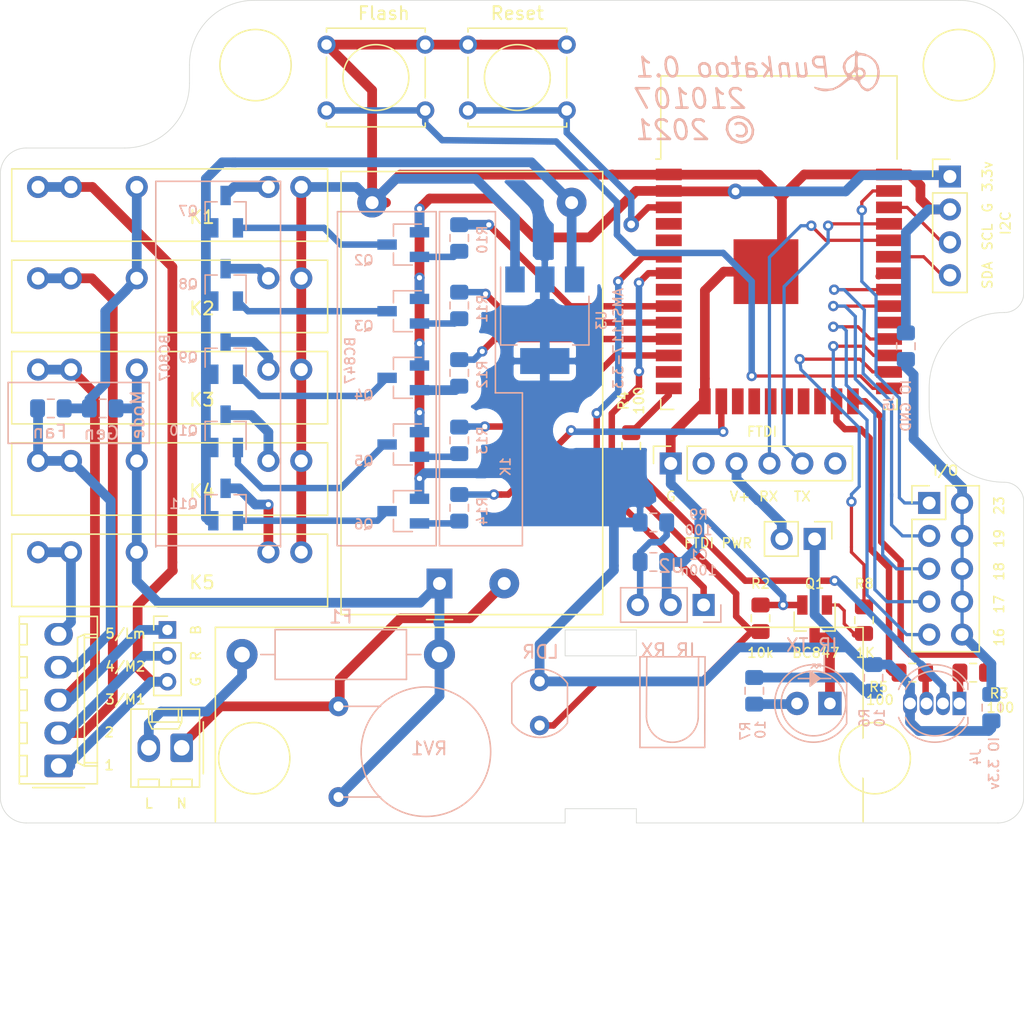
<source format=kicad_pcb>
(kicad_pcb (version 20171130) (host pcbnew 5.1.5+dfsg1-2build2)
  (layers (0 F.Cu signal) (31 B.Cu signal) (34 B.Paste user) (35 F.Paste user hide) (36 B.SilkS user) (37 F.SilkS user) (38 B.Mask user) (39 F.Mask user hide) (44 Edge.Cuts user))
  (net 0 "")
  (net 1 GND)
  (net 2 +3V3)
  (net 3 NEUT)
  (net 4 LINE)
  (net 5 "Net-(K1-Pad3)")
  (net 6 "Net-(Q4-Pad3)")
  (net 7 "Net-(Q4-Pad2)")
  (net 8 "Net-(Q5-Pad2)")
  (net 9 "Net-(Q10-Pad1)")
  (net 10 "Net-(K2-Pad3)")
  (net 11 "Net-(K3-Pad3)")
  (net 12 "Net-(K4-Pad3)")
  (net 13 "Net-(K5-Pad3)")
  (net 14 +5V)
  (net 15 "Net-(Q3-Pad3)")
  (net 16 "Net-(Q3-Pad2)")
  (net 17 "Net-(Q2-Pad3)")
  (net 18 "Net-(Q2-Pad2)")
  (net 19 /TXD)
  (net 20 /RXD)
  (net 21 /FLASH)
  (net 22 "Net-(SW1-Pad2)")
  (net 23 R1)
  (net 24 R2)
  (net 25 R3)
  (net 26 R4)
  (net 27 R5)
  (net 28 "Net-(C2-Pad2)")
  (net 29 "Net-(C2-Pad3)")
  (net 30 "Net-(U1-Pad4)")
  (net 31 "Net-(U1-Pad5)")
  (net 32 "Net-(U1-Pad8)")
  (net 33 "Net-(U1-Pad13)")
  (net 34 "Net-(U1-Pad17)")
  (net 35 "Net-(U1-Pad18)")
  (net 36 "Net-(U1-Pad19)")
  (net 37 "Net-(U1-Pad20)")
  (net 38 "Net-(U1-Pad21)")
  (net 39 "Net-(U1-Pad22)")
  (net 40 "Net-(U1-Pad29)")
  (net 41 "Net-(U1-Pad32)")
  (net 42 "Net-(J3-Pad3)")
  (net 43 "Net-(D1-Pad2)")
  (net 44 "Net-(C1-Pad1)")
  (net 45 "Net-(J2-Pad3)")
  (net 46 /M1)
  (net 47 /LMP)
  (net 48 /M2)
  (net 49 "Net-(D1-Pad1)")
  (net 50 "Net-(Q11-Pad1)")
  (net 51 "Net-(JP2-Pad1)")
  (net 52 "Net-(Q1-Pad1)")
  (net 53 "Net-(Q6-Pad2)")
  (net 54 "Net-(D2-Pad2)")
  (net 55 "Net-(D2-Pad1)")
  (net 56 "Net-(U1-Pad6)")
  (net 57 "Net-(F1-Pad2)")
  (net 58 "Net-(R4-Pad1)")
  (net 59 "Net-(J6-Pad4)")
  (net 60 "Net-(J6-Pad3)")
  (net 61 "Net-(R5-Pad1)")
  (net 62 "Net-(D1-Pad3)")
  (net 63 "Net-(J2-Pad10)")
  (net 64 "Net-(J2-Pad9)")
  (net 65 "Net-(J2-Pad7)")
  (net 66 "Net-(J2-Pad5)")
  (net 67 "Net-(J2-Pad1)")
  (net 68 "Net-(J3-Pad6)")
  (net 69 "Net-(J3-Pad2)")
  (net 70 "Net-(R1-Pad2)")
  (net 71 "Net-(R3-Pad1)")
  (net 72 "Net-(R6-Pad2)")
  (net 73 "Net-(R8-Pad1)")
  (module OptoDevice+:TSOP38 (layer B.Cu) (at 125.29 105.172 180)
    (fp_text reference U2 (at 2.5 3) (layer B.SilkS) (effects (justify mirror)))
    (fp_text value "IR RX" (at 2.75 -3.5) (layer B.SilkS) (effects (justify mirror)))
    (pad 3 thru_hole oval (at 5.08 0 90) (size 1.7 1.7) (drill 1) (layers *.Cu *.Mask) (net 44 "Net-(C1-Pad1)"))
    (pad 2 thru_hole oval (at 2.54 0 90) (size 1.7 1.7) (drill 1) (layers *.Cu *.Mask) (net 1 GND))
    (pad 1 thru_hole rect (at 0 0 90) (size 1.7 1.7) (drill 1) (layers *.Cu *.Mask) (net 56 "Net-(U1-Pad6)"))
  )
  (module Misc:standoff (layer F.Cu) (at 90.6 117)
    (fp_text reference REF** hide)
    (fp_text value standoff hide)
    (pad "" np_thru_hole circle (at 0 0) (size 3.5 3.5) (drill 3.5) (layers *.Cu *.Mask))
  )
  (module Misc:standoff (layer F.Cu) (at 138.5 117)
    (fp_text reference REF** hide)
    (fp_text value standoff hide)
    (pad "" np_thru_hole circle (at 0 0) (size 3.5 3.5) (drill 3.5) (layers *.Cu *.Mask))
  )
  (module Misc:standoff (layer F.Cu) (at 145 63.5)
    (fp_text reference REF** hide)
    (fp_text value standoff hide)
    (pad "" np_thru_hole circle (at 0 0) (size 3.5 3.5) (drill 3.5) (layers *.Cu *.Mask))
  )
  (module Misc:standoff (layer F.Cu) (at 90.7 63.5)
    (fp_text reference REF** hide)
    (fp_text value standoff hide)
    (pad "" np_thru_hole circle (at 0 0) (size 3.5 3.5) (drill 3.5) (layers *.Cu *.Mask))
  )
  (module Connector_PinHeader_2.54mm:PinHeader_1x04_P2.54mm_Vertical (layer F.Cu) (at 144.3 72.1)
    (fp_text reference J6 hide)
    (fp_text value I2C (at 4.3 3.6 90) (layer F.SilkS) (effects (font (size 0.75 0.75) (thickness 0.12))))
    (pad 4 thru_hole oval (at 0 7.62) (size 1.7 1.7) (drill 1) (layers *.Cu *.Mask) (net 59 "Net-(J6-Pad4)"))
    (pad 3 thru_hole oval (at 0 5.08) (size 1.7 1.7) (drill 1) (layers *.Cu *.Mask) (net 60 "Net-(J6-Pad3)"))
    (pad 2 thru_hole oval (at 0 2.54) (size 1.7 1.7) (drill 1) (layers *.Cu *.Mask) (net 1 GND))
    (pad 1 thru_hole rect (at 0 0) (size 1.7 1.7) (drill 1) (layers *.Cu *.Mask) (net 2 +3V3))
  )
  (module punkatoo:Ceiling_Fan_Capacitor (layer F.Cu) (at 87.6 136.9)
    (fp_text reference Capacitor hide)
    (fp_text value Ceiling_Fan_Capacitor hide)
  )
  (module Button_Switch_THT:SW_Tactile_Straight_KSL0Axx1LFTR (layer F.Cu) (at 103.8 67 180)
    (fp_text reference SW2 hide)
    (fp_text value Flash (at 3.2 7.5) (layer F.SilkS))
    (pad 2 thru_hole circle (at 0 5.08 180) (size 1.397 1.397) (drill 0.8128) (layers *.Cu *.Mask) (net 1 GND))
    (pad 1 thru_hole circle (at 0 0 180) (size 1.397 1.397) (drill 0.8128) (layers *.Cu *.Mask) (net 21 /FLASH))
    (pad 2 thru_hole circle (at 7.62 5.08 180) (size 1.397 1.397) (drill 0.8128) (layers *.Cu *.Mask) (net 1 GND))
    (pad 1 thru_hole circle (at 7.62 0 180) (size 1.397 1.397) (drill 0.8128) (layers *.Cu *.Mask) (net 21 /FLASH))
  )
  (module Button_Switch_THT:SW_Tactile_Straight_KSL0Axx1LFTR (layer F.Cu) (at 107.1 61.92)
    (fp_text reference SW1 hide)
    (fp_text value Reset (at 3.8 -2.42) (layer F.SilkS))
    (pad 2 thru_hole circle (at 0 5.08) (size 1.397 1.397) (drill 0.8128) (layers *.Cu *.Mask) (net 22 "Net-(SW1-Pad2)"))
    (pad 1 thru_hole circle (at 0 0) (size 1.397 1.397) (drill 0.8128) (layers *.Cu *.Mask) (net 1 GND))
    (pad 2 thru_hole circle (at 7.62 5.08) (size 1.397 1.397) (drill 0.8128) (layers *.Cu *.Mask) (net 22 "Net-(SW1-Pad2)"))
    (pad 1 thru_hole circle (at 7.62 0) (size 1.397 1.397) (drill 0.8128) (layers *.Cu *.Mask) (net 1 GND))
  )
  (module punkatoo:varistor_10mm (layer B.Cu) (at 97.1 113)
    (fp_text reference RV1 (at 7 3.25) (layer B.SilkS) (effects (justify mirror)))
    (fp_text value Varistor hide)
    (pad 2 thru_hole circle (at 0 7) (size 1.524 1.524) (drill 0.762) (layers *.Cu *.Mask) (net 4 LINE))
    (pad 1 thru_hole circle (at 0 0) (size 1.524 1.524) (drill 0.762) (layers *.Cu *.Mask) (net 3 NEUT))
  )
  (module Connector_PinHeader_2.00mm:PinHeader_1x03_P2.00mm_Vertical (layer F.Cu) (at 83.9 107.1)
    (fp_text reference C2 hide)
    (fp_text value Capacitor hide)
    (pad 3 thru_hole oval (at 0 4) (size 1.35 1.35) (drill 0.8) (layers *.Cu *.Mask) (net 29 "Net-(C2-Pad3)"))
    (pad 2 thru_hole oval (at 0 2) (size 1.35 1.35) (drill 0.8) (layers *.Cu *.Mask) (net 28 "Net-(C2-Pad2)"))
    (pad 1 thru_hole rect (at 0 0) (size 1.35 1.35) (drill 0.8) (layers *.Cu *.Mask) (net 46 /M1))
  )
  (module Resistor_SMD:R_0805_2012Metric_Pad1.15x1.40mm_HandSolder (layer F.Cu) (at 119.7 92.9 270)
    (fp_text reference R4 (at -3.5 0.6 90) (layer F.SilkS) (effects (font (size 0.75 0.75) (thickness 0.13))))
    (fp_text value 100 (at -3.5 -0.6 90) (layer F.SilkS) (effects (font (size 0.75 0.75) (thickness 0.13))))
    (pad 2 smd roundrect (at 1.025 0 270) (size 1.15 1.4) (layers F.Cu F.Paste F.Mask) (roundrect_rratio 0.217391) (net 43 "Net-(D1-Pad2)"))
    (pad 1 smd roundrect (at -1.025 0 270) (size 1.15 1.4) (layers F.Cu F.Paste F.Mask) (roundrect_rratio 0.217391) (net 58 "Net-(R4-Pad1)"))
  )
  (module RF_Module:ESP32-WROOM-32 (layer F.Cu) (at 131.1 80.2)
    (fp_text reference U1 hide)
    (fp_text value ESP32-WROOM-32)
    (pad 39 smd rect (at -1 -0.755) (size 5 5) (layers F.Cu F.Paste F.Mask) (net 1 GND))
    (pad 1 smd rect (at -8.5 -8.255) (size 2 0.9) (layers F.Cu F.Paste F.Mask) (net 1 GND))
    (pad 2 smd rect (at -8.5 -6.985) (size 2 0.9) (layers F.Cu F.Paste F.Mask) (net 2 +3V3))
    (pad 3 smd rect (at -8.5 -5.715) (size 2 0.9) (layers F.Cu F.Paste F.Mask) (net 22 "Net-(SW1-Pad2)"))
    (pad 4 smd rect (at -8.5 -4.445) (size 2 0.9) (layers F.Cu F.Paste F.Mask) (net 30 "Net-(U1-Pad4)"))
    (pad 5 smd rect (at -8.5 -3.175) (size 2 0.9) (layers F.Cu F.Paste F.Mask) (net 31 "Net-(U1-Pad5)"))
    (pad 6 smd rect (at -8.5 -1.905) (size 2 0.9) (layers F.Cu F.Paste F.Mask) (net 56 "Net-(U1-Pad6)"))
    (pad 7 smd rect (at -8.5 -0.635) (size 2 0.9) (layers F.Cu F.Paste F.Mask) (net 70 "Net-(R1-Pad2)"))
    (pad 8 smd rect (at -8.5 0.635) (size 2 0.9) (layers F.Cu F.Paste F.Mask) (net 32 "Net-(U1-Pad8)"))
    (pad 9 smd rect (at -8.5 1.905) (size 2 0.9) (layers F.Cu F.Paste F.Mask) (net 23 R1))
    (pad 10 smd rect (at -8.5 3.175) (size 2 0.9) (layers F.Cu F.Paste F.Mask) (net 24 R2))
    (pad 11 smd rect (at -8.5 4.445) (size 2 0.9) (layers F.Cu F.Paste F.Mask) (net 25 R3))
    (pad 12 smd rect (at -8.5 5.715) (size 2 0.9) (layers F.Cu F.Paste F.Mask) (net 26 R4))
    (pad 13 smd rect (at -8.5 6.985) (size 2 0.9) (layers F.Cu F.Paste F.Mask) (net 33 "Net-(U1-Pad13)"))
    (pad 14 smd rect (at -8.5 8.255) (size 2 0.9) (layers F.Cu F.Paste F.Mask) (net 58 "Net-(R4-Pad1)"))
    (pad 15 smd rect (at -5.715 9.255 90) (size 2 0.9) (layers F.Cu F.Paste F.Mask) (net 1 GND))
    (pad 16 smd rect (at -4.445 9.255 90) (size 2 0.9) (layers F.Cu F.Paste F.Mask) (net 27 R5))
    (pad 17 smd rect (at -3.175 9.255 90) (size 2 0.9) (layers F.Cu F.Paste F.Mask) (net 34 "Net-(U1-Pad17)"))
    (pad 18 smd rect (at -1.905 9.255 90) (size 2 0.9) (layers F.Cu F.Paste F.Mask) (net 35 "Net-(U1-Pad18)"))
    (pad 19 smd rect (at -0.635 9.255 90) (size 2 0.9) (layers F.Cu F.Paste F.Mask) (net 36 "Net-(U1-Pad19)"))
    (pad 20 smd rect (at 0.635 9.255 90) (size 2 0.9) (layers F.Cu F.Paste F.Mask) (net 37 "Net-(U1-Pad20)"))
    (pad 21 smd rect (at 1.905 9.255 90) (size 2 0.9) (layers F.Cu F.Paste F.Mask) (net 38 "Net-(U1-Pad21)"))
    (pad 22 smd rect (at 3.175 9.255 90) (size 2 0.9) (layers F.Cu F.Paste F.Mask) (net 39 "Net-(U1-Pad22)"))
    (pad 23 smd rect (at 4.445 9.255 90) (size 2 0.9) (layers F.Cu F.Paste F.Mask) (net 61 "Net-(R5-Pad1)"))
    (pad 24 smd rect (at 5.715 9.255 90) (size 2 0.9) (layers F.Cu F.Paste F.Mask) (net 71 "Net-(R3-Pad1)"))
    (pad 25 smd rect (at 8.5 8.255) (size 2 0.9) (layers F.Cu F.Paste F.Mask) (net 21 /FLASH))
    (pad 26 smd rect (at 8.5 6.985) (size 2 0.9) (layers F.Cu F.Paste F.Mask) (net 73 "Net-(R8-Pad1)"))
    (pad 27 smd rect (at 8.5 5.715) (size 2 0.9) (layers F.Cu F.Paste F.Mask) (net 64 "Net-(J2-Pad9)"))
    (pad 28 smd rect (at 8.5 4.445) (size 2 0.9) (layers F.Cu F.Paste F.Mask) (net 65 "Net-(J2-Pad7)"))
    (pad 29 smd rect (at 8.5 3.175) (size 2 0.9) (layers F.Cu F.Paste F.Mask) (net 40 "Net-(U1-Pad29)"))
    (pad 30 smd rect (at 8.5 1.905) (size 2 0.9) (layers F.Cu F.Paste F.Mask) (net 66 "Net-(J2-Pad5)"))
    (pad 31 smd rect (at 8.5 0.635) (size 2 0.9) (layers F.Cu F.Paste F.Mask) (net 45 "Net-(J2-Pad3)"))
    (pad 32 smd rect (at 8.5 -0.635) (size 2 0.9) (layers F.Cu F.Paste F.Mask) (net 41 "Net-(U1-Pad32)"))
    (pad 33 smd rect (at 8.5 -1.905) (size 2 0.9) (layers F.Cu F.Paste F.Mask) (net 59 "Net-(J6-Pad4)"))
    (pad 34 smd rect (at 8.5 -3.175) (size 2 0.9) (layers F.Cu F.Paste F.Mask) (net 20 /RXD))
    (pad 35 smd rect (at 8.5 -4.445) (size 2 0.9) (layers F.Cu F.Paste F.Mask) (net 19 /TXD))
    (pad 36 smd rect (at 8.5 -5.715) (size 2 0.9) (layers F.Cu F.Paste F.Mask) (net 60 "Net-(J6-Pad3)"))
    (pad 37 smd rect (at 8.5 -6.985) (size 2 0.9) (layers F.Cu F.Paste F.Mask) (net 67 "Net-(J2-Pad1)"))
    (pad 38 smd rect (at 8.5 -8.255) (size 2 0.9) (layers F.Cu F.Paste F.Mask) (net 1 GND))
  )
  (module Resistor_THT:R_Axial_DIN0411_L9.9mm_D3.6mm_P15.24mm_Horizontal (layer B.Cu) (at 104.9 109 180)
    (fp_text reference F1 (at 7.62 2.92) (layer B.SilkS) (effects (justify mirror)))
    (fp_text value Fuse)
    (pad 2 thru_hole oval (at 15.24 0 180) (size 2.4 2.4) (drill 1.2) (layers *.Cu *.Mask) (net 57 "Net-(F1-Pad2)"))
    (pad 1 thru_hole circle (at 0 0 180) (size 2.4 2.4) (drill 1.2) (layers *.Cu *.Mask) (net 4 LINE))
  )
  (module Resistor_SMD:R_0805_2012Metric_Pad1.15x1.40mm_HandSolder (layer B.Cu) (at 78.9 90)
    (fp_text reference JP3 hide)
    (fp_text value Gen (at -0.1 1.9) (layer B.SilkS) (effects (justify mirror)))
    (pad 2 smd roundrect (at 1.025 0) (size 1.15 1.4) (layers B.Cu B.Paste B.Mask) (roundrect_rratio 0.217391) (net 4 LINE))
    (pad 1 smd roundrect (at -1.025 0) (size 1.15 1.4) (layers B.Cu B.Paste B.Mask) (roundrect_rratio 0.217391) (net 51 "Net-(JP2-Pad1)"))
  )
  (module Resistor_SMD:R_0805_2012Metric_Pad1.15x1.40mm_HandSolder (layer B.Cu) (at 74.9 90 180)
    (fp_text reference JP2 hide)
    (fp_text value Fan (at 0.1 -1.8) (layer B.SilkS) (effects (justify mirror)))
    (pad 2 smd roundrect (at 1.025 0 180) (size 1.15 1.4) (layers B.Cu B.Paste B.Mask) (roundrect_rratio 0.217391) (net 48 /M2))
    (pad 1 smd roundrect (at -1.025 0 180) (size 1.15 1.4) (layers B.Cu B.Paste B.Mask) (roundrect_rratio 0.217391) (net 51 "Net-(JP2-Pad1)"))
  )
  (module Resistor_SMD:R_0805_2012Metric_Pad1.15x1.40mm_HandSolder (layer B.Cu) (at 140.9 85.2 270)
    (fp_text reference J5 (at 4.4 1.3 90) (layer B.SilkS) (effects (font (size 0.75 0.75) (thickness 0.13)) (justify mirror)))
    (fp_text value "IO GND" (at 4.6 0 90) (layer B.SilkS) (effects (font (size 0.75 0.75) (thickness 0.13)) (justify mirror)))
    (pad 2 smd roundrect (at 1.025 0 270) (size 1.15 1.4) (layers B.Cu B.Paste B.Mask) (roundrect_rratio 0.217391) (net 63 "Net-(J2-Pad10)"))
    (pad 1 smd roundrect (at -1.025 0 270) (size 1.15 1.4) (layers B.Cu B.Paste B.Mask) (roundrect_rratio 0.217391) (net 1 GND))
  )
  (module Resistor_SMD:R_0805_2012Metric_Pad1.15x1.40mm_HandSolder (layer B.Cu) (at 147.5 113.1 90)
    (fp_text reference J4 (at -3.8 -1.2 90) (layer B.SilkS) (effects (font (size 0.75 0.75) (thickness 0.13)) (justify mirror)))
    (fp_text value "IO 3.3v" (at -4.3 0.2 90) (layer B.SilkS) (effects (font (size 0.75 0.75) (thickness 0.13)) (justify mirror)))
    (pad 2 smd roundrect (at 1.025 0 90) (size 1.15 1.4) (layers B.Cu B.Paste B.Mask) (roundrect_rratio 0.217391) (net 63 "Net-(J2-Pad10)"))
    (pad 1 smd roundrect (at -1.025 0 90) (size 1.15 1.4) (layers B.Cu B.Paste B.Mask) (roundrect_rratio 0.217391) (net 2 +3V3))
  )
  (module Connector_PinHeader_2.54mm:PinHeader_2x05_P2.54mm_Vertical (layer F.Cu) (at 142.7 97.3)
    (fp_text reference J2 hide)
    (fp_text value I/O (at 1.275 -2.5) (layer F.SilkS) (effects (font (size 0.75 0.75) (thickness 0.13))))
    (pad 10 thru_hole oval (at 2.54 10.16) (size 1.7 1.7) (drill 1) (layers *.Cu *.Mask) (net 63 "Net-(J2-Pad10)"))
    (pad 9 thru_hole oval (at 0 10.16) (size 1.7 1.7) (drill 1) (layers *.Cu *.Mask) (net 64 "Net-(J2-Pad9)"))
    (pad 8 thru_hole oval (at 2.54 7.62) (size 1.7 1.7) (drill 1) (layers *.Cu *.Mask) (net 63 "Net-(J2-Pad10)"))
    (pad 7 thru_hole oval (at 0 7.62) (size 1.7 1.7) (drill 1) (layers *.Cu *.Mask) (net 65 "Net-(J2-Pad7)"))
    (pad 6 thru_hole oval (at 2.54 5.08) (size 1.7 1.7) (drill 1) (layers *.Cu *.Mask) (net 63 "Net-(J2-Pad10)"))
    (pad 5 thru_hole oval (at 0 5.08) (size 1.7 1.7) (drill 1) (layers *.Cu *.Mask) (net 66 "Net-(J2-Pad5)"))
    (pad 4 thru_hole oval (at 2.54 2.54) (size 1.7 1.7) (drill 1) (layers *.Cu *.Mask) (net 63 "Net-(J2-Pad10)"))
    (pad 3 thru_hole oval (at 0 2.54) (size 1.7 1.7) (drill 1) (layers *.Cu *.Mask) (net 45 "Net-(J2-Pad3)"))
    (pad 2 thru_hole oval (at 2.54 0) (size 1.7 1.7) (drill 1) (layers *.Cu *.Mask) (net 63 "Net-(J2-Pad10)"))
    (pad 1 thru_hole rect (at 0 0) (size 1.7 1.7) (drill 1) (layers *.Cu *.Mask) (net 67 "Net-(J2-Pad1)"))
  )
  (module Connector_PinSocket_2.54mm:PinSocket_1x06_P2.54mm_Vertical (layer F.Cu) (at 122.75 94.25 90)
    (fp_text reference J3 hide)
    (fp_text value FTDI (at 2.45 7.05) (layer F.SilkS) (effects (font (size 0.75 0.75) (thickness 0.13))))
    (pad 6 thru_hole oval (at 0 12.7 90) (size 1.7 1.7) (drill 1) (layers *.Cu *.Mask) (net 68 "Net-(J3-Pad6)"))
    (pad 5 thru_hole oval (at 0 10.16 90) (size 1.7 1.7) (drill 1) (layers *.Cu *.Mask) (net 19 /TXD))
    (pad 4 thru_hole oval (at 0 7.62 90) (size 1.7 1.7) (drill 1) (layers *.Cu *.Mask) (net 20 /RXD))
    (pad 3 thru_hole oval (at 0 5.08 90) (size 1.7 1.7) (drill 1) (layers *.Cu *.Mask) (net 42 "Net-(J3-Pad3)"))
    (pad 2 thru_hole oval (at 0 2.54 90) (size 1.7 1.7) (drill 1) (layers *.Cu *.Mask) (net 69 "Net-(J3-Pad2)"))
    (pad 1 thru_hole rect (at 0 0 90) (size 1.7 1.7) (drill 1) (layers *.Cu *.Mask) (net 1 GND))
  )
  (module Connector_Molex:Molex_KK-254_AE-6410-05A_1x05_P2.54mm_Vertical (layer F.Cu) (at 75.5 117.6 90)
    (fp_text reference J7 hide)
    (fp_text value Output hide)
    (pad 5 thru_hole oval (at 10.16 0 90) (size 1.74 2.2) (drill 1.2) (layers *.Cu *.Mask) (net 47 /LMP))
    (pad 4 thru_hole oval (at 7.62 0 90) (size 1.74 2.2) (drill 1.2) (layers *.Cu *.Mask) (net 48 /M2))
    (pad 3 thru_hole oval (at 5.08 0 90) (size 1.74 2.2) (drill 1.2) (layers *.Cu *.Mask) (net 46 /M1))
    (pad 2 thru_hole oval (at 2.54 0 90) (size 1.74 2.2) (drill 1.2) (layers *.Cu *.Mask) (net 28 "Net-(C2-Pad2)"))
    (pad 1 thru_hole roundrect (at 0 0 90) (size 1.74 2.2) (drill 1.2) (layers *.Cu *.Mask) (roundrect_rratio 0.143678) (net 29 "Net-(C2-Pad3)"))
  )
  (module Connector_Molex:Molex_KK-254_AE-6410-02A_1x02_P2.54mm_Vertical (layer F.Cu) (at 85 116.2 180)
    (fp_text reference J1 hide)
    (fp_text value AC hide)
    (pad 2 thru_hole oval (at 2.54 0 180) (size 1.74 2.2) (drill 1.2) (layers *.Cu *.Mask) (net 57 "Net-(F1-Pad2)"))
    (pad 1 thru_hole roundrect (at 0 0 180) (size 1.74 2.2) (drill 1.2) (layers *.Cu *.Mask) (roundrect_rratio 0.143678) (net 3 NEUT))
  )
  (module Converter_ACDC+:Converter_ACDC_HiLink_HLK-PMxx (layer F.Cu) (at 104.9 103.516 90)
    (fp_text reference PS1 hide)
    (fp_text value HLK-PM01 hide)
    (pad 4 thru_hole circle (at 29.4 10.2 90) (size 2.3 2.3) (drill 1) (layers *.Cu *.Mask) (net 14 +5V))
    (pad 2 thru_hole circle (at 0 5 90) (size 2.3 2.3) (drill 1) (layers *.Cu *.Mask) (net 3 NEUT))
    (pad 1 thru_hole rect (at 0 0 90) (size 2.3 2) (drill 1) (layers *.Cu *.Mask) (net 4 LINE))
    (pad 3 thru_hole circle (at 29.4 -5.2 90) (size 2.3 2.3) (drill 1) (layers *.Cu *.Mask) (net 1 GND))
  )
  (module Relay_SolidState+:G3MB (layer F.Cu) (at 84.072 102.5 180)
    (fp_text reference K5 (at -2.49682 -0.93472) (layer F.SilkS))
    (fp_text value G3MB-Relay_SolidState hide)
    (pad 2 thru_hole circle (at 2.54 1.397 180) (size 1.7 1.7) (drill 1) (layers *.Cu *.Mask) (net 4 LINE))
    (pad 1 thru_hole circle (at 10.16 1.397 180) (size 1.7 1.7) (drill 1) (layers *.Cu *.Mask) (net 47 /LMP))
    (pad 3 thru_hole circle (at -7.62 1.397 180) (size 1.7 1.7) (drill 1) (layers *.Cu *.Mask) (net 13 "Net-(K5-Pad3)"))
    (pad 4 thru_hole circle (at -10.16 1.397 180) (size 1.7 1.7) (drill 1) (layers *.Cu *.Mask) (net 1 GND))
    (pad 1 thru_hole circle (at 7.62 1.397 180) (size 1.7 1.7) (drill 1) (layers *.Cu *.Mask) (net 47 /LMP))
  )
  (module Relay_SolidState+:G3MB (layer F.Cu) (at 84.072 95.4515 180)
    (fp_text reference K4 (at -2.49682 -0.93472) (layer F.SilkS))
    (fp_text value G3MB hide)
    (pad 2 thru_hole circle (at 2.54 1.397 180) (size 1.7 1.7) (drill 1) (layers *.Cu *.Mask) (net 4 LINE))
    (pad 1 thru_hole circle (at 10.16 1.397 180) (size 1.7 1.7) (drill 1) (layers *.Cu *.Mask) (net 48 /M2))
    (pad 3 thru_hole circle (at -7.62 1.397 180) (size 1.7 1.7) (drill 1) (layers *.Cu *.Mask) (net 12 "Net-(K4-Pad3)"))
    (pad 4 thru_hole circle (at -10.16 1.397 180) (size 1.7 1.7) (drill 1) (layers *.Cu *.Mask) (net 1 GND))
    (pad 1 thru_hole circle (at 7.62 1.397 180) (size 1.7 1.7) (drill 1) (layers *.Cu *.Mask) (net 48 /M2))
  )
  (module Relay_SolidState+:G3MB (layer F.Cu) (at 84.072 88.403 180)
    (fp_text reference K3 (at -2.49682 -0.93472) (layer F.SilkS))
    (fp_text value G3MB hide)
    (pad 2 thru_hole circle (at 2.54 1.397 180) (size 1.7 1.7) (drill 1) (layers *.Cu *.Mask) (net 4 LINE))
    (pad 1 thru_hole circle (at 10.16 1.397 180) (size 1.7 1.7) (drill 1) (layers *.Cu *.Mask) (net 46 /M1))
    (pad 3 thru_hole circle (at -7.62 1.397 180) (size 1.7 1.7) (drill 1) (layers *.Cu *.Mask) (net 11 "Net-(K3-Pad3)"))
    (pad 4 thru_hole circle (at -10.16 1.397 180) (size 1.7 1.7) (drill 1) (layers *.Cu *.Mask) (net 1 GND))
    (pad 1 thru_hole circle (at 7.62 1.397 180) (size 1.7 1.7) (drill 1) (layers *.Cu *.Mask) (net 46 /M1))
  )
  (module Relay_SolidState+:G3MB (layer F.Cu) (at 84.072 81.3545 180)
    (fp_text reference K2 (at -2.49682 -0.93472) (layer F.SilkS))
    (fp_text value G3MB hide)
    (pad 2 thru_hole circle (at 2.54 1.397 180) (size 1.7 1.7) (drill 1) (layers *.Cu *.Mask) (net 51 "Net-(JP2-Pad1)"))
    (pad 1 thru_hole circle (at 10.16 1.397 180) (size 1.7 1.7) (drill 1) (layers *.Cu *.Mask) (net 28 "Net-(C2-Pad2)"))
    (pad 3 thru_hole circle (at -7.62 1.397 180) (size 1.7 1.7) (drill 1) (layers *.Cu *.Mask) (net 10 "Net-(K2-Pad3)"))
    (pad 4 thru_hole circle (at -10.16 1.397 180) (size 1.7 1.7) (drill 1) (layers *.Cu *.Mask) (net 1 GND))
    (pad 1 thru_hole circle (at 7.62 1.397 180) (size 1.7 1.7) (drill 1) (layers *.Cu *.Mask) (net 28 "Net-(C2-Pad2)"))
  )
  (module Relay_SolidState+:G3MB (layer F.Cu) (at 84.072 74.306 180)
    (fp_text reference K1 (at -2.49682 -0.93472) (layer F.SilkS))
    (fp_text value G3MB hide)
    (pad 2 thru_hole circle (at 2.54 1.397 180) (size 1.7 1.7) (drill 1) (layers *.Cu *.Mask) (net 51 "Net-(JP2-Pad1)"))
    (pad 1 thru_hole circle (at 10.16 1.397 180) (size 1.7 1.7) (drill 1) (layers *.Cu *.Mask) (net 29 "Net-(C2-Pad3)"))
    (pad 3 thru_hole circle (at -7.62 1.397 180) (size 1.7 1.7) (drill 1) (layers *.Cu *.Mask) (net 5 "Net-(K1-Pad3)"))
    (pad 4 thru_hole circle (at -10.16 1.397 180) (size 1.7 1.7) (drill 1) (layers *.Cu *.Mask) (net 1 GND))
    (pad 1 thru_hole circle (at 7.62 1.397 180) (size 1.7 1.7) (drill 1) (layers *.Cu *.Mask) (net 29 "Net-(C2-Pad3)"))
  )
  (module Resistor_SMD:R_0805_2012Metric_Pad1.15x1.40mm_HandSolder (layer F.Cu) (at 141.4 110.4)
    (fp_text reference R5 (at -2.6 1.1) (layer F.SilkS) (effects (font (size 0.75 0.75) (thickness 0.12))))
    (fp_text value 100 (at -2.5 2.1) (layer F.SilkS) (effects (font (size 0.75 0.75) (thickness 0.12))))
    (pad 2 smd roundrect (at 1.025 0) (size 1.15 1.4) (layers F.Cu F.Paste F.Mask) (roundrect_rratio 0.217391) (net 62 "Net-(D1-Pad3)"))
    (pad 1 smd roundrect (at -1.025 0) (size 1.15 1.4) (layers F.Cu F.Paste F.Mask) (roundrect_rratio 0.217391) (net 61 "Net-(R5-Pad1)"))
  )
  (module Resistor_SMD:R_0805_2012Metric_Pad1.15x1.40mm_HandSolder (layer F.Cu) (at 146.1 110.4 180)
    (fp_text reference R3 (at -2 -1.6 180) (layer F.SilkS) (effects (font (size 0.75 0.75) (thickness 0.12))))
    (fp_text value 100 (at -2.1 -2.7) (layer F.SilkS) (effects (font (size 0.75 0.75) (thickness 0.12))))
    (pad 2 smd roundrect (at 1.025 0 180) (size 1.15 1.4) (layers F.Cu F.Paste F.Mask) (roundrect_rratio 0.217391) (net 49 "Net-(D1-Pad1)"))
    (pad 1 smd roundrect (at -1.025 0 180) (size 1.15 1.4) (layers F.Cu F.Paste F.Mask) (roundrect_rratio 0.217391) (net 71 "Net-(R3-Pad1)"))
  )
  (module LED_THT:LED_D5.0mm-4_RGB (layer B.Cu) (at 145.034 112.776 180)
    (fp_text reference D1 hide)
    (fp_text value LED_RGBA hide)
    (pad 4 thru_hole oval (at 3.81 0 180) (size 1.07 1.8) (drill 0.9) (layers *.Cu *.Mask) (net 2 +3V3))
    (pad 3 thru_hole oval (at 2.54 0 180) (size 1.07 1.8) (drill 0.9) (layers *.Cu *.Mask) (net 62 "Net-(D1-Pad3)"))
    (pad 2 thru_hole oval (at 1.27 0 180) (size 1.07 1.8) (drill 0.9) (layers *.Cu *.Mask) (net 43 "Net-(D1-Pad2)"))
    (pad 1 thru_hole rect (at 0 0 180) (size 1.07 1.8) (drill 0.9) (layers *.Cu *.Mask) (net 49 "Net-(D1-Pad1)"))
  )
  (module Resistor_SMD:R_0805_2012Metric_Pad1.15x1.40mm_HandSolder (layer B.Cu) (at 138.4 110.8 270)
    (fp_text reference R6 (at 3.1 0.7 90) (layer B.SilkS) (effects (font (size 0.75 0.75) (thickness 0.12)) (justify mirror)))
    (fp_text value 10 (at 3.1 -0.474999 90) (layer B.SilkS) (effects (font (size 0.75 0.75) (thickness 0.12)) (justify mirror)))
    (pad 2 smd roundrect (at 1.025 0 270) (size 1.15 1.4) (layers B.Cu B.Paste B.Mask) (roundrect_rratio 0.217391) (net 72 "Net-(R6-Pad2)"))
    (pad 1 smd roundrect (at -1.025 0 270) (size 1.15 1.4) (layers B.Cu B.Paste B.Mask) (roundrect_rratio 0.217391) (net 2 +3V3))
  )
  (module Resistor_SMD:R_0805_2012Metric_Pad1.15x1.40mm_HandSolder (layer B.Cu) (at 129.2 111.8 270)
    (fp_text reference R7 (at 3.1 0.7 90) (layer B.SilkS) (effects (font (size 0.75 0.75) (thickness 0.12)) (justify mirror)))
    (fp_text value 10 (at 3 -0.474999 90) (layer B.SilkS) (effects (font (size 0.75 0.75) (thickness 0.12)) (justify mirror)))
    (pad 2 smd roundrect (at 1.025 0 270) (size 1.15 1.4) (layers B.Cu B.Paste B.Mask) (roundrect_rratio 0.217391) (net 54 "Net-(D2-Pad2)"))
    (pad 1 smd roundrect (at -1.025 0 270) (size 1.15 1.4) (layers B.Cu B.Paste B.Mask) (roundrect_rratio 0.217391) (net 72 "Net-(R6-Pad2)"))
  )
  (module local:SOT-23_HandSoldering (layer F.Cu) (at 133.858 106.426 270)
    (fp_text reference Q1 (at -2.896 0 180) (layer F.SilkS) (effects (font (size 0.75 0.75) (thickness 0.12))))
    (fp_text value BC847 (at 2.444 -0.092) (layer F.SilkS) (effects (font (size 0.75 0.75) (thickness 0.12))))
    (pad 3 smd rect (at 1.25 0 270) (size 1.5 0.8) (layers F.Cu F.Paste F.Mask) (net 55 "Net-(D2-Pad1)"))
    (pad 2 smd rect (at -1.25 0.95 270) (size 1.5 0.8) (layers F.Cu F.Paste F.Mask) (net 1 GND))
    (pad 1 smd rect (at -1.25 -0.95 270) (size 1.5 0.8) (layers F.Cu F.Paste F.Mask) (net 52 "Net-(Q1-Pad1)"))
  )
  (module OptoDevice:R_LDR_5.1x4.3mm_P3.4mm_Vertical (layer B.Cu) (at 112.63 111.076 270)
    (fp_text reference R1 hide)
    (fp_text value LDR (at -2.276 -0.07) (layer B.SilkS) (effects (justify mirror)))
    (pad 2 thru_hole circle (at 3.4 0 270) (size 1.5 1.5) (drill 0.8) (layers *.Cu *.Mask) (net 70 "Net-(R1-Pad2)"))
    (pad 1 thru_hole circle (at 0 0 270) (size 1.5 1.5) (drill 0.8) (layers *.Cu *.Mask) (net 2 +3V3))
  )
  (module Resistor_SMD:R_0805_2012Metric_Pad1.15x1.40mm_HandSolder (layer F.Cu) (at 129.68 106.201 270)
    (fp_text reference R2 (at -2.671 0) (layer F.SilkS) (effects (font (size 0.75 0.75) (thickness 0.12))))
    (fp_text value 10k (at 2.669 0) (layer F.SilkS) (effects (font (size 0.75 0.75) (thickness 0.12))))
    (pad 2 smd roundrect (at 1.025 0 270) (size 1.15 1.4) (layers F.Cu F.Paste F.Mask) (roundrect_rratio 0.217391) (net 70 "Net-(R1-Pad2)"))
    (pad 1 smd roundrect (at -1.025 0 270) (size 1.15 1.4) (layers F.Cu F.Paste F.Mask) (roundrect_rratio 0.217391) (net 1 GND))
  )
  (module local:SOT-23_HandSoldering (layer B.Cu) (at 88.39 97.42 90)
    (fp_text reference Q11 (at 0.055 -3.247143) (layer B.SilkS) (effects (font (size 0.75 0.75) (thickness 0.13)) (justify mirror)))
    (fp_text value BC807 hide)
    (pad 1 smd rect (at -1.25 0.95 90) (size 1.5 0.8) (layers B.Cu B.Paste B.Mask) (net 50 "Net-(Q11-Pad1)"))
    (pad 2 smd rect (at -1.25 -0.95 90) (size 1.5 0.8) (layers B.Cu B.Paste B.Mask) (net 14 +5V))
    (pad 3 smd rect (at 1.25 0 90) (size 1.5 0.8) (layers B.Cu B.Paste B.Mask) (net 13 "Net-(K5-Pad3)"))
  )
  (module local:SOT-23_HandSoldering (layer B.Cu) (at 102.106 87.641 180)
    (fp_text reference Q4 (at 3.048 -1.3335) (layer B.SilkS) (effects (font (size 0.75 0.75) (thickness 0.13)) (justify mirror)))
    (fp_text value BC847 hide)
    (pad 1 smd rect (at -1.25 0.95 180) (size 1.5 0.8) (layers B.Cu B.Paste B.Mask) (net 2 +3V3))
    (pad 2 smd rect (at -1.25 -0.95 180) (size 1.5 0.8) (layers B.Cu B.Paste B.Mask) (net 7 "Net-(Q4-Pad2)"))
    (pad 3 smd rect (at 1.25 0 180) (size 1.5 0.8) (layers B.Cu B.Paste B.Mask) (net 6 "Net-(Q4-Pad3)"))
  )
  (module local:SOT-23_HandSoldering (layer B.Cu) (at 88.39 86.117 90)
    (fp_text reference Q9 (at 0.055 -2.89 180) (layer B.SilkS) (effects (font (size 0.75 0.75) (thickness 0.13)) (justify mirror)))
    (fp_text value BC807 hide)
    (pad 1 smd rect (at -1.25 0.95 90) (size 1.5 0.8) (layers B.Cu B.Paste B.Mask) (net 6 "Net-(Q4-Pad3)"))
    (pad 2 smd rect (at -1.25 -0.95 90) (size 1.5 0.8) (layers B.Cu B.Paste B.Mask) (net 14 +5V))
    (pad 3 smd rect (at 1.25 0 90) (size 1.5 0.8) (layers B.Cu B.Paste B.Mask) (net 11 "Net-(K3-Pad3)"))
  )
  (module local:SOT-23_HandSoldering (layer B.Cu) (at 102.106 97.928 180)
    (fp_text reference Q6 (at 3.048 -1.016) (layer B.SilkS) (effects (font (size 0.75 0.75) (thickness 0.13)) (justify mirror)))
    (fp_text value BC847 hide)
    (pad 1 smd rect (at -1.25 0.95 180) (size 1.5 0.8) (layers B.Cu B.Paste B.Mask) (net 2 +3V3))
    (pad 2 smd rect (at -1.25 -0.95 180) (size 1.5 0.8) (layers B.Cu B.Paste B.Mask) (net 53 "Net-(Q6-Pad2)"))
    (pad 3 smd rect (at 1.25 0 180) (size 1.5 0.8) (layers B.Cu B.Paste B.Mask) (net 50 "Net-(Q11-Pad1)"))
  )
  (module local:SOT-23_HandSoldering (layer B.Cu) (at 102.106 77.354 180)
    (fp_text reference Q2 (at 3.048 -1.2065) (layer B.SilkS) (effects (font (size 0.75 0.75) (thickness 0.13)) (justify mirror)))
    (fp_text value BC847 hide)
    (pad 1 smd rect (at -1.25 0.95 180) (size 1.5 0.8) (layers B.Cu B.Paste B.Mask) (net 2 +3V3))
    (pad 2 smd rect (at -1.25 -0.95 180) (size 1.5 0.8) (layers B.Cu B.Paste B.Mask) (net 18 "Net-(Q2-Pad2)"))
    (pad 3 smd rect (at 1.25 0 180) (size 1.5 0.8) (layers B.Cu B.Paste B.Mask) (net 17 "Net-(Q2-Pad3)"))
  )
  (module Resistor_SMD:R_0805_2012Metric_Pad1.15x1.40mm_HandSolder (layer B.Cu) (at 121.412 98.806)
    (fp_text reference R9 (at 3.488 -0.606 -180) (layer B.SilkS) (effects (font (size 0.75 0.75) (thickness 0.12)) (justify mirror)))
    (fp_text value 100 (at 3.488 0.594 -180) (layer B.SilkS) (effects (font (size 0.75 0.75) (thickness 0.12)) (justify mirror)))
    (pad 1 smd roundrect (at -1.025 0) (size 1.15 1.4) (layers B.Cu B.Paste B.Mask) (roundrect_rratio 0.217391) (net 2 +3V3))
    (pad 2 smd roundrect (at 1.025 0) (size 1.15 1.4) (layers B.Cu B.Paste B.Mask) (roundrect_rratio 0.217391) (net 44 "Net-(C1-Pad1)"))
  )
  (module local:SOT-23_HandSoldering (layer B.Cu) (at 102.106 82.4975 180)
    (fp_text reference Q3 (at 3.048 -1.143) (layer B.SilkS) (effects (font (size 0.75 0.75) (thickness 0.13)) (justify mirror)))
    (fp_text value BC847 hide)
    (pad 1 smd rect (at -1.25 0.95 180) (size 1.5 0.8) (layers B.Cu B.Paste B.Mask) (net 2 +3V3))
    (pad 2 smd rect (at -1.25 -0.95 180) (size 1.5 0.8) (layers B.Cu B.Paste B.Mask) (net 16 "Net-(Q3-Pad2)"))
    (pad 3 smd rect (at 1.25 0 180) (size 1.5 0.8) (layers B.Cu B.Paste B.Mask) (net 15 "Net-(Q3-Pad3)"))
  )
  (module Resistor_SMD:R_0805_2012Metric_Pad1.15x1.40mm_HandSolder (layer B.Cu) (at 106.424 82.053 270)
    (fp_text reference R11 (at 0.254 -1.778 90) (layer B.SilkS) (effects (font (size 0.75 0.75) (thickness 0.13)) (justify mirror)))
    (fp_text value 1K hide)
    (pad 1 smd roundrect (at -1.025 0 270) (size 1.15 1.4) (layers B.Cu B.Paste B.Mask) (roundrect_rratio 0.217391) (net 24 R2))
    (pad 2 smd roundrect (at 1.025 0 270) (size 1.15 1.4) (layers B.Cu B.Paste B.Mask) (roundrect_rratio 0.217391) (net 16 "Net-(Q3-Pad2)"))
  )
  (module Resistor_SMD:R_0805_2012Metric_Pad1.15x1.40mm_HandSolder (layer B.Cu) (at 106.424 76.846 270)
    (fp_text reference R10 (at 0.127 -1.778 90) (layer B.SilkS) (effects (font (size 0.75 0.75) (thickness 0.13)) (justify mirror)))
    (fp_text value 1K hide)
    (pad 1 smd roundrect (at -1.025 0 270) (size 1.15 1.4) (layers B.Cu B.Paste B.Mask) (roundrect_rratio 0.217391) (net 23 R1))
    (pad 2 smd roundrect (at 1.025 0 270) (size 1.15 1.4) (layers B.Cu B.Paste B.Mask) (roundrect_rratio 0.217391) (net 18 "Net-(Q2-Pad2)"))
  )
  (module Package_TO_SOT_SMD:SOT-223-3_TabPin2 (layer B.Cu) (at 113.028 83.196 270)
    (fp_text reference U3 (at 0.004 -4.372 90) (layer B.SilkS) (effects (font (size 0.75 0.75) (thickness 0.13)) (justify mirror)))
    (fp_text value AMS1117-3.3 (at 1.404 -5.672 90) (layer B.SilkS) (effects (font (size 0.75 0.75) (thickness 0.13)) (justify mirror)))
    (pad 2 smd rect (at 3.15 0 270) (size 2 3.8) (layers B.Cu B.Paste B.Mask) (net 2 +3V3))
    (pad 2 smd rect (at -3.15 0 270) (size 2 1.5) (layers B.Cu B.Paste B.Mask) (net 2 +3V3))
    (pad 3 smd rect (at -3.15 -2.3 270) (size 2 1.5) (layers B.Cu B.Paste B.Mask) (net 14 +5V))
    (pad 1 smd rect (at -3.15 2.3 270) (size 2 1.5) (layers B.Cu B.Paste B.Mask) (net 1 GND))
  )
  (module local:SOT-23_HandSoldering (layer B.Cu) (at 88.39 80.4655 90)
    (fp_text reference Q8 (at 0.055 -2.89 180) (layer B.SilkS) (effects (font (size 0.75 0.75) (thickness 0.13)) (justify mirror)))
    (fp_text value BC807 hide)
    (pad 1 smd rect (at -1.25 0.95 90) (size 1.5 0.8) (layers B.Cu B.Paste B.Mask) (net 15 "Net-(Q3-Pad3)"))
    (pad 2 smd rect (at -1.25 -0.95 90) (size 1.5 0.8) (layers B.Cu B.Paste B.Mask) (net 14 +5V))
    (pad 3 smd rect (at 1.25 0 90) (size 1.5 0.8) (layers B.Cu B.Paste B.Mask) (net 10 "Net-(K2-Pad3)"))
  )
  (module local:SOT-23_HandSoldering (layer B.Cu) (at 102.106 92.7845 180)
    (fp_text reference Q5 (at 3.048 -1.27) (layer B.SilkS) (effects (font (size 0.75 0.75) (thickness 0.13)) (justify mirror)))
    (fp_text value BC847 hide)
    (pad 1 smd rect (at -1.25 0.95 180) (size 1.5 0.8) (layers B.Cu B.Paste B.Mask) (net 2 +3V3))
    (pad 2 smd rect (at -1.25 -0.95 180) (size 1.5 0.8) (layers B.Cu B.Paste B.Mask) (net 8 "Net-(Q5-Pad2)"))
    (pad 3 smd rect (at 1.25 0 180) (size 1.5 0.8) (layers B.Cu B.Paste B.Mask) (net 9 "Net-(Q10-Pad1)"))
  )
  (module Resistor_SMD:R_0805_2012Metric_Pad1.15x1.40mm_HandSolder (layer B.Cu) (at 106.424 97.674 90)
    (fp_text reference R14 (at -0.254 1.778 90) (layer B.SilkS) (effects (font (size 0.75 0.75) (thickness 0.13)) (justify mirror)))
    (fp_text value 1K hide)
    (pad 1 smd roundrect (at -1.025 0 90) (size 1.15 1.4) (layers B.Cu B.Paste B.Mask) (roundrect_rratio 0.217391) (net 53 "Net-(Q6-Pad2)"))
    (pad 2 smd roundrect (at 1.025 0 90) (size 1.15 1.4) (layers B.Cu B.Paste B.Mask) (roundrect_rratio 0.217391) (net 27 R5))
  )
  (module local:SOT-23_HandSoldering (layer B.Cu) (at 88.39 91.7685 90)
    (fp_text reference Q10 (at 0.055 -3.247143 180) (layer B.SilkS) (effects (font (size 0.75 0.75) (thickness 0.13)) (justify mirror)))
    (fp_text value BC807 hide)
    (pad 1 smd rect (at -1.25 0.95 90) (size 1.5 0.8) (layers B.Cu B.Paste B.Mask) (net 9 "Net-(Q10-Pad1)"))
    (pad 2 smd rect (at -1.25 -0.95 90) (size 1.5 0.8) (layers B.Cu B.Paste B.Mask) (net 14 +5V))
    (pad 3 smd rect (at 1.25 0 90) (size 1.5 0.8) (layers B.Cu B.Paste B.Mask) (net 12 "Net-(K4-Pad3)"))
  )
  (module Capacitor_SMD:C_0805_2012Metric_Pad1.15x1.40mm_HandSolder (layer B.Cu) (at 121.412 101.854)
    (fp_text reference C1 (at 3.488 -0.554) (layer B.SilkS) (effects (font (size 0.75 0.75) (thickness 0.12)) (justify mirror)))
    (fp_text value 100n (at 3.488 0.646 180) (layer B.SilkS) (effects (font (size 0.75 0.75) (thickness 0.12)) (justify mirror)))
    (pad 1 smd roundrect (at -1.025 0) (size 1.15 1.4) (layers B.Cu B.Paste B.Mask) (roundrect_rratio 0.217391) (net 44 "Net-(C1-Pad1)"))
    (pad 2 smd roundrect (at 1.025 0) (size 1.15 1.4) (layers B.Cu B.Paste B.Mask) (roundrect_rratio 0.217391) (net 1 GND))
  )
  (module Resistor_SMD:R_0805_2012Metric_Pad1.15x1.40mm_HandSolder (layer B.Cu) (at 106.424 87.26 270)
    (fp_text reference R12 (at 0.127 -1.778 90) (layer B.SilkS) (effects (font (size 0.75 0.75) (thickness 0.13)) (justify mirror)))
    (fp_text value 1K hide)
    (pad 1 smd roundrect (at -1.025 0 270) (size 1.15 1.4) (layers B.Cu B.Paste B.Mask) (roundrect_rratio 0.217391) (net 25 R3))
    (pad 2 smd roundrect (at 1.025 0 270) (size 1.15 1.4) (layers B.Cu B.Paste B.Mask) (roundrect_rratio 0.217391) (net 7 "Net-(Q4-Pad2)"))
  )
  (module local:SOT-23_HandSoldering (layer B.Cu) (at 88.39 74.814 90)
    (fp_text reference Q7 (at 0.055 -2.89 180) (layer B.SilkS) (effects (font (size 0.75 0.75) (thickness 0.13)) (justify mirror)))
    (fp_text value BC807 hide)
    (pad 1 smd rect (at -1.25 0.95 90) (size 1.5 0.8) (layers B.Cu B.Paste B.Mask) (net 17 "Net-(Q2-Pad3)"))
    (pad 2 smd rect (at -1.25 -0.95 90) (size 1.5 0.8) (layers B.Cu B.Paste B.Mask) (net 14 +5V))
    (pad 3 smd rect (at 1.25 0 90) (size 1.5 0.8) (layers B.Cu B.Paste B.Mask) (net 5 "Net-(K1-Pad3)"))
  )
  (module Resistor_SMD:R_0805_2012Metric_Pad1.15x1.40mm_HandSolder (layer B.Cu) (at 106.424 92.467 270)
    (fp_text reference R13 (at 0 -1.778 90) (layer B.SilkS) (effects (font (size 0.75 0.75) (thickness 0.13)) (justify mirror)))
    (fp_text value 1K hide)
    (pad 1 smd roundrect (at -1.025 0 270) (size 1.15 1.4) (layers B.Cu B.Paste B.Mask) (roundrect_rratio 0.217391) (net 26 R4))
    (pad 2 smd roundrect (at 1.025 0 270) (size 1.15 1.4) (layers B.Cu B.Paste B.Mask) (roundrect_rratio 0.217391) (net 8 "Net-(Q5-Pad2)"))
  )
  (module LED_THT:LED_D5.0mm (layer B.Cu) (at 135.04 112.776 180)
    (fp_text reference D2 hide)
    (fp_text value "IR TX" (at 1.4 4.5) (layer B.SilkS) (effects (justify mirror)))
    (pad 2 thru_hole circle (at 2.54 0 180) (size 1.8 1.8) (drill 0.9) (layers *.Cu *.Mask) (net 54 "Net-(D2-Pad2)"))
    (pad 1 thru_hole rect (at 0 0 180) (size 1.8 1.8) (drill 0.9) (layers *.Cu *.Mask) (net 55 "Net-(D2-Pad1)"))
  )
  (module Connector_PinHeader_2.54mm:PinHeader_1x02_P2.54mm_Vertical (layer F.Cu) (at 133.858 100.076 270)
    (fp_text reference JP1 hide)
    (fp_text value "FTDI PWR" (at 0.324 7.458 180) (layer F.SilkS) (effects (font (size 0.75 0.75) (thickness 0.12))))
    (pad 2 thru_hole oval (at 0 2.54 270) (size 1.7 1.7) (drill 1) (layers *.Cu *.Mask) (net 42 "Net-(J3-Pad3)"))
    (pad 1 thru_hole rect (at 0 0 270) (size 1.7 1.7) (drill 1) (layers *.Cu *.Mask) (net 2 +3V3))
  )
  (module Resistor_SMD:R_0805_2012Metric_Pad1.15x1.40mm_HandSolder (layer F.Cu) (at 137.668 106.348 270)
    (fp_text reference R8 (at -2.818 -0.012 180) (layer F.SilkS) (effects (font (size 0.75 0.75) (thickness 0.12))))
    (fp_text value 1K (at 2.522 -0.102 180) (layer F.SilkS) (effects (font (size 0.75 0.75) (thickness 0.12))))
    (pad 2 smd roundrect (at 1.025 0 270) (size 1.15 1.4) (layers F.Cu F.Paste F.Mask) (roundrect_rratio 0.217391) (net 52 "Net-(Q1-Pad1)"))
    (pad 1 smd roundrect (at -1.025 0 270) (size 1.15 1.4) (layers F.Cu F.Paste F.Mask) (roundrect_rratio 0.217391) (net 73 "Net-(R8-Pad1)"))
  )
  (module Test:logo (layer B.Cu) (at 136.4 63.9 180)
    (fp_text reference G*** hide)
    (fp_text value LOGO hide)
  )
  (gr_line (start 114.6 122) (end 73 122) (layer Edge.Cuts) (width 0.05))
  (gr_line (start 120.1 120.9) (end 120.1 122) (layer Edge.Cuts) (width 0.05))
  (gr_line (start 114.6 120.9) (end 114.6 122) (layer Edge.Cuts) (width 0.05))
  (gr_line (start 120.1 120.9) (end 114.6 120.9) (layer Edge.Cuts) (width 0.05))
  (gr_line (start 120.1 109.1) (end 120.1 107.1) (layer Edge.Cuts) (width 0.05))
  (gr_line (start 114.6 109.1) (end 120.1 109.1) (layer Edge.Cuts) (width 0.05))
  (gr_line (start 114.6 107.1) (end 114.6 109.1) (layer Edge.Cuts) (width 0.05))
  (gr_line (start 120.1 107.1) (end 114.6 107.1) (layer Edge.Cuts) (width 0.05))
  (gr_line (start 111.3 100.6) (end 109.218 100.6) (layer B.SilkS) (width 0.12))
  (gr_line (start 111.3 88.8) (end 111.3 100.6) (layer B.SilkS) (width 0.12))
  (gr_line (start 109.2 88.8) (end 111.3 88.8) (layer B.SilkS) (width 0.12))
  (gr_line (start 142.7 89.9) (end 142.7 88.4) (layer Edge.Cuts) (width 0.05))
  (gr_arc (start 148.5 88.4) (end 148.5 82.6) (angle -90) (layer Edge.Cuts) (width 0.05))
  (gr_arc (start 148.5 89.9) (end 142.7 89.9) (angle -90) (layer Edge.Cuts) (width 0.05))
  (gr_line (start 120.1 122) (end 148 122) (layer Edge.Cuts) (width 0.05))
  (gr_arc (start 73 120) (end 71 120) (angle -90) (layer Edge.Cuts) (width 0.05))
  (gr_line (start 150 97.2) (end 150 120) (layer Edge.Cuts) (width 0.05))
  (gr_line (start 150 63.5) (end 150 81.1) (layer Edge.Cuts) (width 0.05))
  (gr_arc (start 148.5 81.1) (end 148.5 82.6) (angle -90) (layer Edge.Cuts) (width 0.05))
  (gr_arc (start 148.5 97.2) (end 150 97.2) (angle -90) (layer Edge.Cuts) (width 0.05))
  (gr_arc (start 148 120) (end 148 122) (angle -90) (layer Edge.Cuts) (width 0.05))
  (gr_text 3.3v (at 147.2 72.100001 90) (layer F.SilkS) (effects (font (size 0.75 0.75) (thickness 0.12))))
  (gr_text 23 (at 148.1 97.500001 90) (layer F.SilkS) (effects (font (size 0.75 0.75) (thickness 0.12))))
  (gr_text "19\n" (at 148.1 100.040001 90) (layer F.SilkS) (effects (font (size 0.75 0.75) (thickness 0.12))))
  (gr_text "18\n" (at 148.1 102.580001 90) (layer F.SilkS) (effects (font (size 0.75 0.75) (thickness 0.12))))
  (gr_text "17\n" (at 148.1 105.120001 90) (layer F.SilkS) (effects (font (size 0.75 0.75) (thickness 0.12))))
  (gr_text 16 (at 148.1 107.660001 90) (layer F.SilkS) (effects (font (size 0.75 0.75) (thickness 0.12))))
  (gr_text Mode (at 81.6 90.5 90) (layer B.SilkS) (effects (font (size 1 1)) (justify mirror)))
  (gr_text G (at 147.2 74.509048 90) (layer F.SilkS) (effects (font (size 0.75 0.75) (thickness 0.12))))
  (gr_text SCL (at 147.2 76.775239 90) (layer F.SilkS) (effects (font (size 0.75 0.75) (thickness 0.12))))
  (gr_text SDA (at 147.2 79.720001 90) (layer F.SilkS) (effects (font (size 0.75 0.75) (thickness 0.12))))
  (gr_arc (start 90.6 63.5) (end 90.6 58.5) (angle -90) (layer Edge.Cuts) (width 0.05))
  (gr_line (start 145 58.5) (end 90.6 58.5) (layer Edge.Cuts) (width 0.05))
  (gr_arc (start 145 63.5) (end 150 63.5) (angle -90) (layer Edge.Cuts) (width 0.05))
  (gr_text G (at 86.1 111.1 -270) (layer F.SilkS) (effects (font (size 0.75 0.75) (thickness 0.13))))
  (gr_text R (at 86.1 109.1 -270) (layer F.SilkS) (effects (font (size 0.75 0.75) (thickness 0.13))))
  (gr_text V+ (at 128.1 96.8) (layer F.SilkS) (effects (font (size 0.75 0.75) (thickness 0.12))))
  (gr_text TX (at 132.9 96.8) (layer F.SilkS) (effects (font (size 0.75 0.75) (thickness 0.12))))
  (gr_text RX (at 130.3 96.8) (layer F.SilkS) (effects (font (size 0.75 0.75) (thickness 0.12))))
  (gr_text G (at 122.76 96.8) (layer F.SilkS) (effects (font (size 0.75 0.75) (thickness 0.12))))
  (gr_text B (at 86.1 107.1 -270) (layer F.SilkS) (effects (font (size 0.75 0.75) (thickness 0.12))))
  (gr_line (start 71.6 92.7) (end 71.6 88) (layer B.SilkS) (width 0.12))
  (gr_line (start 82.5 92.7) (end 71.6 92.7) (layer B.SilkS) (width 0.12))
  (gr_line (start 82.5 88) (end 82.5 92.7) (layer B.SilkS) (width 0.12))
  (gr_line (start 71.6 88) (end 82.5 88) (layer B.SilkS) (width 0.12))
  (gr_line (start 135.1 110.85) (end 132.6 110.85) (layer B.SilkS) (width 0.12))
  (gr_line (start 124.875 113.772) (end 124.9 109.172) (layer B.SilkS) (width 0.12))
  (gr_line (start 120.875 113.772) (end 120.9 109.172) (layer B.SilkS) (width 0.12))
  (gr_arc (start 122.875 113.772) (end 120.875 113.772) (angle -180) (layer B.SilkS) (width 0.12))
  (gr_line (start 120.375 116.172) (end 125.375 116.172) (layer B.SilkS) (width 0.12))
  (gr_line (start 120.375 116.172) (end 120.375 109.172) (layer B.SilkS) (width 0.12))
  (gr_line (start 125.4 109.172) (end 125.375 116.172) (layer B.SilkS) (width 0.12))
  (gr_line (start 120.375 109.172) (end 125.4 109.172) (layer B.SilkS) (width 0.12))
  (gr_line (start 71 71.9) (end 71 120) (layer Edge.Cuts) (width 0.05))
  (gr_line (start 73 69.9) (end 80.6 69.9) (layer Edge.Cuts) (width 0.05))
  (gr_line (start 85.6 63.5) (end 85.6 64.9) (layer Edge.Cuts) (width 0.05))
  (gr_arc (start 73 71.9) (end 73 69.9) (angle -90) (layer Edge.Cuts) (width 0.05))
  (gr_arc (start 80.6 64.9) (end 80.6 69.9) (angle -90) (layer Edge.Cuts) (width 0.05))
  (gr_line (start 133.9 109.95) (end 133.9 109.75) (layer B.SilkS) (width 0.12))
  (gr_line (start 133.6 110.05) (end 133.9 109.75) (layer B.SilkS) (width 0.12))
  (gr_line (start 133.9 109.75) (end 133.7 109.75) (layer B.SilkS) (width 0.12))
  (gr_line (start 134.3 109.75) (end 134.1 109.75) (layer B.SilkS) (width 0.12))
  (gr_line (start 134.3 109.95) (end 134.3 109.75) (layer B.SilkS) (width 0.12))
  (gr_line (start 134 110.05) (end 134.3 109.75) (layer B.SilkS) (width 0.12))
  (gr_line (start 134.6 110.3) (end 134.6 109.1) (layer B.SilkS) (width 0.12))
  (gr_poly (pts (xy 133.5 111.45) (xy 134.3 110.85) (xy 133.5 110.25)) (layer B.SilkS) (width 0.1))
  (gr_line (start 92.63 72.474) (end 83.002 72.474) (layer B.SilkS) (width 0.12))
  (gr_line (start 92.63 100.6) (end 83.002 100.6) (layer B.SilkS) (width 0.12))
  (gr_text N (at 85 120.5) (layer F.SilkS) (effects (font (size 0.75 0.75) (thickness 0.13))))
  (gr_text L (at 82.46 120.5) (layer F.SilkS) (effects (font (size 0.75 0.75) (thickness 0.13))))
  (gr_text 1 (at 79.4 117.545) (layer F.SilkS) (effects (font (size 0.75 0.75) (thickness 0.13))))
  (gr_text 2 (at 79.4 115.005) (layer F.SilkS) (effects (font (size 0.75 0.75) (thickness 0.13))))
  (gr_text 3/M1 (at 80.65 112.465) (layer F.SilkS) (effects (font (size 0.75 0.75) (thickness 0.13))))
  (gr_text 4/M2 (at 80.65 109.925) (layer F.SilkS) (effects (font (size 0.75 0.75) (thickness 0.13))))
  (gr_text 5/Lm (at 80.667857 107.385) (layer F.SilkS) (effects (font (size 0.75 0.75) (thickness 0.13))))
  (gr_line (start 83.002 72.474) (end 83 100.7) (layer B.SilkS) (width 0.12))
  (gr_line (start 92.63 100.7) (end 92.63 72.474) (layer B.SilkS) (width 0.12))
  (gr_text 1K (at 110 94.5 -270) (layer B.SilkS) (effects (font (size 0.75 0.75) (thickness 0.13)) (justify mirror)))
  (gr_line (start 97.026 74.814) (end 97 100.6) (layer B.SilkS) (width 0.12))
  (gr_line (start 97.026 100.6) (end 104.646 100.6) (layer B.SilkS) (width 0.12))
  (gr_line (start 104.646 100.6) (end 104.646 74.814) (layer B.SilkS) (width 0.12))
  (gr_text BC807 (at 83.7 86.1 90) (layer B.SilkS) (effects (font (size 0.75 0.75) (thickness 0.13)) (justify mirror)))
  (gr_text BC847 (at 98 86.3 -270) (layer B.SilkS) (effects (font (size 0.75 0.75) (thickness 0.13)) (justify mirror)))
  (gr_line (start 104.646 74.814) (end 97.026 74.814) (layer B.SilkS) (width 0.12))
  (gr_line (start 104.9 100.6) (end 109.218 100.6) (layer B.SilkS) (width 0.12))
  (gr_line (start 109.218 88.8) (end 109.218 74.814) (layer B.SilkS) (width 0.12))
  (gr_line (start 109.218 74.814) (end 104.9 74.814) (layer B.SilkS) (width 0.12))
  (gr_line (start 104.9 74.814) (end 104.9 100.6) (layer B.SilkS) (width 0.12))
  (gr_text "Punkatoo 0.1\n210107\n© 2021" (at 119.9 66.1) (layer B.SilkS) (effects (font (size 1.5 1.5) (thickness 0.2) italic) (justify right mirror)))
  (segment (start 94.232 87.006) (end 94.232 79.9575) (width 0.75) (layer F.Cu) (net 1))
  (segment (start 107.694 72.274) (end 101.542 72.274) (width 0.75) (layer B.Cu) (net 1))
  (segment (start 110.728 80.046) (end 110.728 75.308) (width 0.75) (layer B.Cu) (net 1))
  (segment (start 100.772 74.116) (end 99.7 74.116) (width 0.75) (layer F.Cu) (net 1))
  (segment (start 110.728 75.308) (end 107.694 72.274) (width 0.75) (layer B.Cu) (net 1))
  (segment (start 94.232 73.798) (end 94.232 72.909) (width 0.75) (layer F.Cu) (net 1))
  (segment (start 94.232 79.9575) (end 94.232 73.798) (width 0.75) (layer F.Cu) (net 1))
  (segment (start 94.232 101.103) (end 94.232 94.0545) (width 0.75) (layer F.Cu) (net 1))
  (segment (start 101.542 72.274) (end 99.7 74.116) (width 0.75) (layer B.Cu) (net 1))
  (segment (start 94.232 94.0545) (end 94.232 87.006) (width 0.75) (layer F.Cu) (net 1))
  (segment (start 100.78 73.036) (end 99.7 74.116) (width 0.75) (layer B.Cu) (net 1))
  (segment (start 131.332 73.732) (end 131.332 79.459) (width 0.75) (layer F.Cu) (net 1))
  (segment (start 132.291 78.5) (end 131.332 79.459) (width 0.5) (layer F.Cu) (net 1))
  (segment (start 122.74 94.26) (end 122.75 94.25) (width 0.75) (layer B.Cu) (net 1))
  (segment (start 122.675 94.325) (end 122.75 94.25) (width 0.5) (layer F.Cu) (net 1))
  (segment (start 122.64 94.36) (end 122.75 94.25) (width 0.5) (layer B.Cu) (net 1))
  (segment (start 122.437 104.859) (end 122.75 105.172) (width 0.75) (layer B.Cu) (net 1))
  (segment (start 123.698 101.854) (end 124.959 100.593) (width 0.75) (layer B.Cu) (net 1))
  (segment (start 124.959 100.593) (end 124.959 98.806) (width 0.75) (layer B.Cu) (net 1))
  (segment (start 122.437 101.854) (end 123.698 101.854) (width 0.75) (layer B.Cu) (net 1))
  (segment (start 124.959 98.035) (end 124.959 98.806) (width 0.75) (layer B.Cu) (net 1))
  (segment (start 122.75 95.826) (end 124.959 98.035) (width 0.75) (layer B.Cu) (net 1))
  (segment (start 122.75 94.25) (end 122.75 95.826) (width 0.75) (layer B.Cu) (net 1))
  (segment (start 122.884081 105.306081) (end 122.75 105.172) (width 0.75) (layer B.Cu) (net 1))
  (segment (start 98.493 72.909) (end 99.7 74.116) (width 0.75) (layer B.Cu) (net 1))
  (segment (start 94.232 72.909) (end 98.493 72.909) (width 0.75) (layer B.Cu) (net 1))
  (segment (start 125.385 87.705) (end 125.385 89.455) (width 0.75) (layer F.Cu) (net 1))
  (segment (start 125.385 80.91) (end 125.385 87.705) (width 0.75) (layer F.Cu) (net 1))
  (segment (start 126.85 79.445) (end 125.385 80.91) (width 0.75) (layer F.Cu) (net 1))
  (segment (start 130.1 79.445) (end 126.85 79.445) (width 0.75) (layer F.Cu) (net 1))
  (segment (start 122.75 92.09) (end 125.385 89.455) (width 0.75) (layer F.Cu) (net 1))
  (segment (start 122.75 94.25) (end 122.75 92.09) (width 0.75) (layer F.Cu) (net 1))
  (segment (start 118.235 71.959) (end 118.235 71.935) (width 0.75) (layer F.Cu) (net 1))
  (segment (start 129.559 71.959) (end 118.235 71.959) (width 0.75) (layer F.Cu) (net 1))
  (segment (start 131.332 73.732) (end 129.559 71.959) (width 0.75) (layer F.Cu) (net 1))
  (segment (start 96.18 61.92) (end 103.8 61.92) (width 0.75) (layer F.Cu) (net 1))
  (segment (start 103.8 61.92) (end 107.1 61.92) (width 0.75) (layer F.Cu) (net 1))
  (segment (start 108.087828 61.92) (end 114.72 61.92) (width 0.75) (layer F.Cu) (net 1))
  (segment (start 107.1 61.92) (end 108.087828 61.92) (width 0.75) (layer F.Cu) (net 1))
  (segment (start 99.7 65.44) (end 96.18 61.92) (width 0.75) (layer F.Cu) (net 1))
  (segment (start 99.7 74.116) (end 99.7 65.44) (width 0.75) (layer F.Cu) (net 1))
  (segment (start 101.857 71.959) (end 99.7 74.116) (width 0.75) (layer F.Cu) (net 1))
  (segment (start 118.235 71.959) (end 101.857 71.959) (width 0.75) (layer F.Cu) (net 1))
  (segment (start 133.055 71.945) (end 139.6 71.945) (width 0.75) (layer F.Cu) (net 1))
  (segment (start 131.332 73.668) (end 133.055 71.945) (width 0.75) (layer F.Cu) (net 1))
  (segment (start 131.332 73.732) (end 131.332 73.668) (width 0.75) (layer F.Cu) (net 1))
  (segment (start 142.822918 74.64) (end 144.3 74.64) (width 0.75) (layer F.Cu) (net 1))
  (segment (start 142.024999 73.842081) (end 142.822918 74.64) (width 0.75) (layer F.Cu) (net 1))
  (segment (start 142.024999 72.795) (end 142.024999 73.842081) (width 0.75) (layer F.Cu) (net 1))
  (segment (start 141.174999 71.945) (end 142.024999 72.795) (width 0.75) (layer F.Cu) (net 1))
  (segment (start 139.6 71.945) (end 141.174999 71.945) (width 0.75) (layer F.Cu) (net 1))
  (segment (start 140.9 84.175) (end 140.9 76.4) (width 0.75) (layer B.Cu) (net 1))
  (segment (start 142.66 74.64) (end 144.3 74.64) (width 0.75) (layer B.Cu) (net 1))
  (segment (start 140.9 76.4) (end 142.66 74.64) (width 0.75) (layer B.Cu) (net 1))
  (segment (start 131.424 105.176) (end 132.908 105.176) (width 0.5) (layer F.Cu) (net 1))
  (via (at 131.424 105.176) (size 0.8) (drill 0.4) (layers F.Cu B.Cu) (net 1))
  (segment (start 123.012 101.854) (end 122.437 101.854) (width 0.5) (layer B.Cu) (net 1))
  (segment (start 122.437 101.854) (end 122.437 104.859) (width 0.75) (layer B.Cu) (net 1))
  (segment (start 129.68 105.176) (end 131.424 105.176) (width 0.5) (layer F.Cu) (net 1))
  (segment (start 131.424 104.5) (end 124.959 98.035) (width 0.5) (layer B.Cu) (net 1))
  (segment (start 131.424 105.176) (end 131.424 104.5) (width 0.5) (layer B.Cu) (net 1))
  (via (at 103.356 90.328) (size 0.8) (drill 0.4) (layers F.Cu B.Cu) (net 2))
  (segment (start 103.356 79.914) (end 103.356 79.914) (width 0.75) (layer B.Cu) (net 2))
  (via (at 103.356 79.914) (size 0.8) (drill 0.4) (layers F.Cu B.Cu) (net 2))
  (segment (start 103.356 74.58) (end 103.356 74.58) (width 0.75) (layer B.Cu) (net 2))
  (via (at 103.356 74.58) (size 0.8) (drill 0.4) (layers F.Cu B.Cu) (net 2))
  (segment (start 103.356 86.691) (end 103.356 84.994) (width 0.75) (layer B.Cu) (net 2))
  (segment (start 103.356 84.994) (end 103.356 84.994) (width 0.75) (layer B.Cu) (net 2))
  (segment (start 103.356 86.691) (end 103.061 86.691) (width 0.75) (layer B.Cu) (net 2))
  (segment (start 103.356 81.5475) (end 103.2515 81.5475) (width 0.75) (layer B.Cu) (net 2))
  (segment (start 113.028 80.046) (end 113.028 86.346) (width 0.75) (layer B.Cu) (net 2))
  (via (at 103.356 84.994) (size 0.8) (drill 0.4) (layers F.Cu B.Cu) (net 2))
  (segment (start 103.356 96.978) (end 103.356 95.408) (width 0.75) (layer B.Cu) (net 2))
  (segment (start 103.356 95.408) (end 103.356 95.408) (width 0.75) (layer B.Cu) (net 2))
  (via (at 103.356 95.408) (size 0.8) (drill 0.4) (layers F.Cu B.Cu) (net 2))
  (segment (start 103.356 90.328) (end 103.356 90.328) (width 0.75) (layer B.Cu) (net 2))
  (segment (start 103.356 76.404) (end 103.356 74.58) (width 0.75) (layer B.Cu) (net 2))
  (segment (start 103.356 81.5475) (end 103.356 79.914) (width 0.75) (layer B.Cu) (net 2))
  (segment (start 103.356 91.8345) (end 103.356 90.328) (width 0.75) (layer B.Cu) (net 2))
  (segment (start 127.75 73.25) (end 127.75 73.25) (width 0.75) (layer F.Cu) (net 2))
  (via (at 127.75 73.25) (size 1.2) (drill 0.6) (layers F.Cu B.Cu) (net 2))
  (segment (start 103.764 95) (end 103.356 95.408) (width 0.75) (layer B.Cu) (net 2))
  (segment (start 111.5 95) (end 103.764 95) (width 0.75) (layer B.Cu) (net 2))
  (segment (start 113.028 93.472) (end 111.5 95) (width 0.75) (layer B.Cu) (net 2))
  (segment (start 113.028 88.096) (end 113.028 93.472) (width 0.75) (layer B.Cu) (net 2))
  (segment (start 113.028 86.346) (end 113.028 88.096) (width 0.75) (layer B.Cu) (net 2))
  (segment (start 113.028 93.472) (end 113.031 93.475) (width 0.5) (layer B.Cu) (net 2))
  (segment (start 118.362 98.806) (end 113.028 93.472) (width 0.75) (layer B.Cu) (net 2))
  (segment (start 120.387 98.806) (end 118.362 98.806) (width 0.75) (layer B.Cu) (net 2))
  (segment (start 103.356 74.58) (end 103.356 79.914) (width 0.75) (layer F.Cu) (net 2))
  (segment (start 103.356 79.914) (end 103.356 84.994) (width 0.75) (layer F.Cu) (net 2))
  (segment (start 103.356 84.994) (end 103.356 90.328) (width 0.75) (layer F.Cu) (net 2))
  (segment (start 103.356 90.328) (end 103.356 95.408) (width 0.75) (layer F.Cu) (net 2))
  (segment (start 136.25 73.25) (end 127.75 73.25) (width 0.75) (layer B.Cu) (net 2))
  (segment (start 139.623 109.775) (end 138.4 109.775) (width 0.75) (layer B.Cu) (net 2))
  (segment (start 141.224 111.376) (end 139.623 109.775) (width 0.75) (layer B.Cu) (net 2))
  (segment (start 141.224 112.776) (end 141.224 111.376) (width 0.75) (layer B.Cu) (net 2))
  (segment (start 116.5 76.8) (end 112.2 76.8) (width 0.75) (layer F.Cu) (net 2))
  (segment (start 112.2 76.8) (end 109.2 73.8) (width 0.75) (layer F.Cu) (net 2))
  (segment (start 104.136 73.8) (end 103.356 74.58) (width 0.75) (layer F.Cu) (net 2))
  (segment (start 109.2 73.8) (end 104.136 73.8) (width 0.75) (layer F.Cu) (net 2))
  (segment (start 120.085 73.215) (end 116.5 76.8) (width 0.75) (layer F.Cu) (net 2))
  (segment (start 122.6 73.215) (end 120.085 73.215) (width 0.75) (layer F.Cu) (net 2))
  (segment (start 122.635 73.25) (end 122.6 73.215) (width 0.75) (layer F.Cu) (net 2))
  (segment (start 127.75 73.25) (end 122.635 73.25) (width 0.75) (layer F.Cu) (net 2))
  (segment (start 137.5 72) (end 136.25 73.25) (width 0.75) (layer B.Cu) (net 2))
  (segment (start 143.6 72) (end 137.5 72) (width 0.75) (layer B.Cu) (net 2))
  (segment (start 141.224 112.776) (end 141.224 114.224) (width 0.75) (layer B.Cu) (net 2))
  (segment (start 141.224 114.224) (end 141.9 114.9) (width 0.75) (layer B.Cu) (net 2))
  (segment (start 147.5 114.7) (end 147.5 114.125) (width 0.75) (layer B.Cu) (net 2))
  (segment (start 147.3 114.9) (end 147.5 114.7) (width 0.75) (layer B.Cu) (net 2))
  (segment (start 141.9 114.9) (end 147.3 114.9) (width 0.75) (layer B.Cu) (net 2))
  (segment (start 118.362 98.806) (end 118.362 102.138) (width 0.75) (layer B.Cu) (net 2))
  (segment (start 128.95 108.45) (end 127.95 108.45) (width 0.75) (layer B.Cu) (net 2))
  (segment (start 128.95 108.45) (end 136.375 108.45) (width 0.75) (layer B.Cu) (net 2))
  (segment (start 137.7 109.775) (end 138.4 109.775) (width 0.75) (layer B.Cu) (net 2))
  (segment (start 133.858 105.933) (end 137.7 109.775) (width 0.75) (layer B.Cu) (net 2))
  (segment (start 133.858 100.076) (end 133.858 105.933) (width 0.75) (layer B.Cu) (net 2))
  (segment (start 118.362 102.489458) (end 118.362 102.138) (width 0.75) (layer B.Cu) (net 2))
  (segment (start 112.63 108.221458) (end 118.362 102.489458) (width 0.75) (layer B.Cu) (net 2))
  (segment (start 112.63 111.076) (end 112.63 108.221458) (width 0.75) (layer B.Cu) (net 2))
  (segment (start 125.324 111.076) (end 127.95 108.45) (width 0.75) (layer B.Cu) (net 2))
  (segment (start 112.63 111.076) (end 125.324 111.076) (width 0.75) (layer B.Cu) (net 2))
  (segment (start 85 116.2) (end 85 116) (width 0.75) (layer F.Cu) (net 3))
  (segment (start 107.216 106.2) (end 109.9 103.516) (width 0.75) (layer F.Cu) (net 3))
  (segment (start 101.9 106.2) (end 107.216 106.2) (width 0.75) (layer F.Cu) (net 3))
  (segment (start 97.2 110.9) (end 101.9 106.2) (width 0.75) (layer F.Cu) (net 3))
  (segment (start 85 116) (end 88 113) (width 0.75) (layer F.Cu) (net 3))
  (segment (start 88 113) (end 97.1 113) (width 0.75) (layer F.Cu) (net 3))
  (segment (start 97.2 112.9) (end 97.2 110.9) (width 0.75) (layer F.Cu) (net 3))
  (segment (start 81.6 87.074) (end 81.532 87.006) (width 0.75) (layer B.Cu) (net 4))
  (segment (start 81.6 94.1225) (end 81.532 94.0545) (width 0.75) (layer B.Cu) (net 4))
  (segment (start 81.6 101.171) (end 81.532 101.103) (width 0.75) (layer B.Cu) (net 4))
  (segment (start 81.532 101.103) (end 81.532 94.0545) (width 0.75) (layer B.Cu) (net 4))
  (segment (start 104.9 103.666) (end 104.9 103.516) (width 0.75) (layer B.Cu) (net 4))
  (segment (start 81.464 90) (end 79.925 90) (width 0.75) (layer B.Cu) (net 4))
  (segment (start 81.532 89.932) (end 81.464 90) (width 0.75) (layer B.Cu) (net 4))
  (segment (start 81.532 87.006) (end 81.532 89.932) (width 0.75) (layer B.Cu) (net 4))
  (segment (start 81.532 89.932) (end 81.532 94.0545) (width 0.75) (layer B.Cu) (net 4))
  (segment (start 104.9 103.7) (end 104.9 103.516) (width 0.75) (layer B.Cu) (net 4))
  (segment (start 83.2 105) (end 81.532 103.332) (width 0.75) (layer B.Cu) (net 4))
  (segment (start 103.4 105) (end 83.2 105) (width 0.75) (layer B.Cu) (net 4))
  (segment (start 81.532 103.332) (end 81.532 101.103) (width 0.75) (layer B.Cu) (net 4))
  (segment (start 104.884 103.516) (end 103.4 105) (width 0.75) (layer B.Cu) (net 4))
  (segment (start 104.9 103.516) (end 104.884 103.516) (width 0.75) (layer B.Cu) (net 4))
  (segment (start 104.9 103.516) (end 104.9 106.4) (width 0.75) (layer B.Cu) (net 4))
  (segment (start 104.9 106.4) (end 104.9 109) (width 0.75) (layer B.Cu) (net 4))
  (segment (start 104.9 106.4) (end 104.8 106.5) (width 0.75) (layer B.Cu) (net 4))
  (segment (start 104.9 109) (end 104.9 112.2) (width 0.75) (layer B.Cu) (net 4))
  (segment (start 104.9 112.2) (end 97.2 119.9) (width 0.75) (layer B.Cu) (net 4))
  (segment (start 89.045 72.909) (end 88.39 73.564) (width 0.75) (layer B.Cu) (net 5))
  (segment (start 91.692 72.909) (end 89.045 72.909) (width 0.75) (layer B.Cu) (net 5))
  (segment (start 99.459 89.038) (end 100.856 87.641) (width 0.5) (layer B.Cu) (net 6))
  (segment (start 91.011 89.038) (end 99.459 89.038) (width 0.5) (layer B.Cu) (net 6))
  (segment (start 89.34 87.367) (end 91.011 89.038) (width 0.5) (layer B.Cu) (net 6))
  (segment (start 106.118 88.591) (end 106.424 88.285) (width 0.75) (layer B.Cu) (net 7))
  (segment (start 103.356 88.591) (end 106.118 88.591) (width 0.75) (layer B.Cu) (net 7))
  (segment (start 106.1815 93.7345) (end 106.424 93.492) (width 0.5) (layer B.Cu) (net 8))
  (segment (start 103.356 93.7345) (end 106.1815 93.7345) (width 0.5) (layer B.Cu) (net 8))
  (segment (start 89.34 93.0185) (end 89.4895 93.0185) (width 0.5) (layer B.Cu) (net 9))
  (segment (start 89.34 93.0185) (end 89.34 94.306) (width 0.5) (layer B.Cu) (net 9))
  (segment (start 89.34 94.306) (end 91.184 96.15) (width 0.5) (layer B.Cu) (net 9))
  (segment (start 91.184 96.15) (end 97.28 96.15) (width 0.5) (layer B.Cu) (net 9))
  (segment (start 100.6455 92.7845) (end 97.28 96.15) (width 0.5) (layer B.Cu) (net 9))
  (segment (start 100.856 92.7845) (end 100.6455 92.7845) (width 0.5) (layer B.Cu) (net 9))
  (segment (start 90.95 79.2155) (end 91.692 79.9575) (width 0.75) (layer B.Cu) (net 10))
  (segment (start 88.39 79.2155) (end 90.95 79.2155) (width 0.75) (layer B.Cu) (net 10))
  (segment (start 88.39 84.867) (end 90.569 84.867) (width 0.75) (layer B.Cu) (net 11))
  (segment (start 91.692 85.99) (end 91.692 87.006) (width 0.75) (layer B.Cu) (net 11))
  (segment (start 90.569 84.867) (end 91.692 85.99) (width 0.75) (layer B.Cu) (net 11))
  (segment (start 88.39 90.5185) (end 90.3785 90.5185) (width 0.75) (layer B.Cu) (net 12))
  (segment (start 91.692 91.832) (end 91.692 94.0545) (width 0.75) (layer B.Cu) (net 12))
  (segment (start 90.3785 90.5185) (end 91.692 91.832) (width 0.75) (layer B.Cu) (net 12))
  (segment (start 88.39 96.17) (end 89.426 96.17) (width 0.75) (layer B.Cu) (net 13))
  (segment (start 89.426 96.17) (end 90.676 97.42) (width 0.75) (layer B.Cu) (net 13))
  (segment (start 90.676 97.42) (end 91.692 97.42) (width 0.75) (layer B.Cu) (net 13))
  (segment (start 91.692 97.42) (end 91.692 97.42) (width 0.5) (layer B.Cu) (net 13))
  (via (at 91.692 97.42) (size 0.8) (drill 0.4) (layers F.Cu B.Cu) (net 13))
  (segment (start 91.692 101.103) (end 91.692 97.42) (width 0.75) (layer F.Cu) (net 13))
  (segment (start 88.136 71.004) (end 89.152 71.004) (width 0.75) (layer B.Cu) (net 14))
  (segment (start 86.866 72.274) (end 88.136 71.004) (width 0.75) (layer B.Cu) (net 14))
  (segment (start 89.152 71.004) (end 88.898 71.004) (width 0.75) (layer B.Cu) (net 14))
  (segment (start 111.988 71.004) (end 89.152 71.004) (width 0.75) (layer B.Cu) (net 14))
  (segment (start 115.1 74.116) (end 111.988 71.004) (width 0.75) (layer B.Cu) (net 14))
  (segment (start 115.1 79.818) (end 115.328 80.046) (width 0.75) (layer B.Cu) (net 14))
  (segment (start 115.1 74.116) (end 115.1 79.818) (width 0.75) (layer B.Cu) (net 14))
  (segment (start 87.44 98.67) (end 87.1 98.67) (width 0.75) (layer B.Cu) (net 14))
  (segment (start 87.1 98.67) (end 86.866 98.436) (width 0.5) (layer B.Cu) (net 14))
  (segment (start 86.866 76.638) (end 87.44 76.064) (width 0.75) (layer B.Cu) (net 14))
  (segment (start 87.44 87.367) (end 86.973 87.367) (width 0.75) (layer B.Cu) (net 14))
  (segment (start 86.973 87.367) (end 86.866 87.26) (width 0.5) (layer B.Cu) (net 14))
  (segment (start 86.9495 93.0185) (end 86.866 93.102) (width 0.5) (layer B.Cu) (net 14))
  (segment (start 87.44 93.0185) (end 86.9495 93.0185) (width 0.75) (layer B.Cu) (net 14))
  (segment (start 86.9095 81.7155) (end 86.866 81.672) (width 0.5) (layer B.Cu) (net 14))
  (segment (start 87.44 81.7155) (end 86.9095 81.7155) (width 0.75) (layer B.Cu) (net 14))
  (segment (start 86.866 81.672) (end 86.866 76.638) (width 0.75) (layer B.Cu) (net 14))
  (segment (start 86.866 87.26) (end 86.866 81.672) (width 0.75) (layer B.Cu) (net 14))
  (segment (start 86.866 76.638) (end 86.866 72.274) (width 0.75) (layer B.Cu) (net 14))
  (segment (start 86.866 93.102) (end 86.866 87.26) (width 0.75) (layer B.Cu) (net 14))
  (segment (start 86.866 98.436) (end 86.866 93.102) (width 0.75) (layer B.Cu) (net 14))
  (segment (start 90.122 82.4975) (end 89.34 81.7155) (width 0.5) (layer B.Cu) (net 15))
  (segment (start 90.122 82.4975) (end 100.856 82.4975) (width 0.5) (layer B.Cu) (net 15))
  (segment (start 106.0545 83.4475) (end 106.424 83.078) (width 0.5) (layer B.Cu) (net 16))
  (segment (start 103.356 83.4475) (end 106.0545 83.4475) (width 0.5) (layer B.Cu) (net 16))
  (segment (start 89.34 76.064) (end 95.99 76.064) (width 0.5) (layer B.Cu) (net 17))
  (segment (start 95.99 76.064) (end 97.28 77.354) (width 0.5) (layer B.Cu) (net 17))
  (segment (start 97.28 77.354) (end 100.856 77.354) (width 0.5) (layer B.Cu) (net 17))
  (segment (start 105.991 78.304) (end 106.424 77.871) (width 0.5) (layer B.Cu) (net 18))
  (segment (start 103.356 78.304) (end 105.991 78.304) (width 0.5) (layer B.Cu) (net 18))
  (via (at 134.9 75.9) (size 0.8) (drill 0.4) (layers F.Cu B.Cu) (net 19))
  (segment (start 135.045 75.755) (end 134.9 75.9) (width 0.25) (layer F.Cu) (net 19))
  (segment (start 139.6 75.755) (end 135.045 75.755) (width 0.25) (layer F.Cu) (net 19))
  (segment (start 134.9 77.2) (end 134.9 75.9) (width 0.25) (layer B.Cu) (net 19))
  (segment (start 131.5 80.6) (end 134.9 77.2) (width 0.25) (layer B.Cu) (net 19))
  (segment (start 131.5 92.84) (end 131.5 80.6) (width 0.25) (layer B.Cu) (net 19))
  (segment (start 132.91 94.25) (end 131.5 92.84) (width 0.25) (layer B.Cu) (net 19))
  (via (at 133.6 75.9) (size 0.8) (drill 0.4) (layers F.Cu B.Cu) (net 20))
  (segment (start 130.37 94.25) (end 130.37 78.33) (width 0.25) (layer B.Cu) (net 20))
  (segment (start 132.8 75.9) (end 130.37 78.33) (width 0.25) (layer B.Cu) (net 20))
  (segment (start 133.6 75.9) (end 132.8 75.9) (width 0.25) (layer B.Cu) (net 20))
  (segment (start 134.725 77.025) (end 133.6 75.9) (width 0.25) (layer F.Cu) (net 20))
  (segment (start 139.6 77.025) (end 134.725 77.025) (width 0.25) (layer F.Cu) (net 20))
  (via (at 129 87.5) (size 0.8) (drill 0.4) (layers F.Cu B.Cu) (net 21))
  (segment (start 137.395 87.5) (end 129 87.5) (width 0.25) (layer F.Cu) (net 21))
  (segment (start 138.35 88.455) (end 137.395 87.5) (width 0.25) (layer F.Cu) (net 21))
  (segment (start 139.6 88.455) (end 138.35 88.455) (width 0.25) (layer F.Cu) (net 21))
  (segment (start 96.18 67) (end 103.8 67) (width 0.5) (layer B.Cu) (net 21))
  (segment (start 105.106086 69.293914) (end 103.8 67.987828) (width 0.5) (layer B.Cu) (net 21))
  (segment (start 103.8 67.987828) (end 103.8 67) (width 0.5) (layer B.Cu) (net 21))
  (segment (start 113.9 69.4) (end 105.106086 69.293914) (width 0.5) (layer B.Cu) (net 21))
  (segment (start 118.6 76.6) (end 118.6 74.1) (width 0.5) (layer B.Cu) (net 21))
  (segment (start 126.8 78) (end 120 78) (width 0.5) (layer B.Cu) (net 21))
  (segment (start 118.6 74.1) (end 113.9 69.4) (width 0.5) (layer B.Cu) (net 21))
  (segment (start 129 80.2) (end 126.8 78) (width 0.5) (layer B.Cu) (net 21))
  (segment (start 120 78) (end 118.6 76.6) (width 0.5) (layer B.Cu) (net 21))
  (segment (start 129 87.5) (end 129 80.2) (width 0.5) (layer B.Cu) (net 21))
  (segment (start 121.537 74.499) (end 121.537 74.499) (width 0.5) (layer F.Cu) (net 22))
  (via (at 119.7 75.8) (size 1.2) (drill 0.6) (layers F.Cu B.Cu) (net 22))
  (segment (start 107.1 67) (end 114.72 67) (width 0.5) (layer B.Cu) (net 22))
  (segment (start 121.015 74.485) (end 119.7 75.8) (width 0.5) (layer F.Cu) (net 22))
  (segment (start 122.6 74.485) (end 121.015 74.485) (width 0.5) (layer F.Cu) (net 22))
  (segment (start 114.72 68.72) (end 114.72 67) (width 0.5) (layer B.Cu) (net 22))
  (segment (start 119.7 73.7) (end 114.72 68.72) (width 0.5) (layer B.Cu) (net 22))
  (segment (start 119.7 75.8) (end 119.7 73.7) (width 0.5) (layer B.Cu) (net 22))
  (via (at 108.71 75.83) (size 0.8) (drill 0.4) (layers F.Cu B.Cu) (net 23))
  (segment (start 108.701 75.821) (end 108.71 75.83) (width 0.75) (layer B.Cu) (net 23))
  (segment (start 106.424 75.821) (end 108.701 75.821) (width 0.75) (layer B.Cu) (net 23))
  (segment (start 114.999 82.119) (end 108.71 75.83) (width 0.5) (layer F.Cu) (net 23))
  (segment (start 122.045 82.119) (end 114.999 82.119) (width 0.5) (layer F.Cu) (net 23))
  (segment (start 108.32 81.028) (end 108.456 81.164) (width 0.5) (layer B.Cu) (net 24))
  (via (at 108.456 81.164) (size 0.8) (drill 0.4) (layers F.Cu B.Cu) (net 24))
  (segment (start 106.424 81.028) (end 108.32 81.028) (width 0.5) (layer B.Cu) (net 24))
  (segment (start 110.681 83.389) (end 108.456 81.164) (width 0.5) (layer F.Cu) (net 24))
  (segment (start 110.695 83.375) (end 122.6 83.375) (width 0.5) (layer F.Cu) (net 24))
  (segment (start 110.681 83.389) (end 110.695 83.375) (width 0.5) (layer F.Cu) (net 24))
  (segment (start 106.424 86.235) (end 107.565 86.235) (width 0.5) (layer B.Cu) (net 25))
  (segment (start 107.565 86.235) (end 108.2 85.6) (width 0.5) (layer B.Cu) (net 25))
  (segment (start 108.2 85.6) (end 108.2 85.6) (width 0.5) (layer B.Cu) (net 25))
  (via (at 108.2 85.6) (size 0.8) (drill 0.4) (layers F.Cu B.Cu) (net 25))
  (segment (start 109.155 84.645) (end 122.6 84.645) (width 0.5) (layer F.Cu) (net 25))
  (segment (start 108.2 85.6) (end 109.155 84.645) (width 0.5) (layer F.Cu) (net 25))
  (segment (start 107.124 91.442) (end 107.166 91.4) (width 0.5) (layer B.Cu) (net 26))
  (segment (start 106.424 91.442) (end 107.124 91.442) (width 0.5) (layer B.Cu) (net 26))
  (segment (start 107.166 91.4) (end 108.4 91.4) (width 0.5) (layer B.Cu) (net 26))
  (via (at 108.4 91.4) (size 0.8) (drill 0.4) (layers F.Cu B.Cu) (net 26))
  (segment (start 113 91.4) (end 108.4 91.4) (width 0.5) (layer F.Cu) (net 26))
  (segment (start 118.471 85.929) (end 113 91.4) (width 0.5) (layer F.Cu) (net 26))
  (segment (start 118.485 85.915) (end 122.6 85.915) (width 0.5) (layer F.Cu) (net 26))
  (segment (start 118.471 85.929) (end 118.485 85.915) (width 0.5) (layer F.Cu) (net 26))
  (via (at 126.8 91.8) (size 0.8) (drill 0.4) (layers F.Cu B.Cu) (net 27))
  (via (at 115.062 91.694) (size 0.8) (drill 0.4) (layers F.Cu B.Cu) (net 27))
  (via (at 109.1 96.649) (size 0.8) (drill 0.4) (layers F.Cu B.Cu) (net 27))
  (segment (start 106.424 96.649) (end 109.1 96.649) (width 0.5) (layer B.Cu) (net 27))
  (segment (start 109.665685 96.649) (end 109.1 96.649) (width 0.5) (layer F.Cu) (net 27))
  (segment (start 110.216685 96.649) (end 109.665685 96.649) (width 0.5) (layer F.Cu) (net 27))
  (segment (start 115.165685 91.7) (end 110.216685 96.649) (width 0.5) (layer F.Cu) (net 27))
  (segment (start 126.655 89.455) (end 126.655 91.655) (width 0.5) (layer F.Cu) (net 27))
  (segment (start 126.655 91.655) (end 126.8 91.8) (width 0.5) (layer F.Cu) (net 27))
  (segment (start 115.168 91.8) (end 115.062 91.694) (width 0.5) (layer B.Cu) (net 27))
  (segment (start 126.8 91.8) (end 115.168 91.8) (width 0.5) (layer B.Cu) (net 27))
  (segment (start 76.452 79.9575) (end 73.912 79.9575) (width 0.75) (layer B.Cu) (net 28))
  (segment (start 75.5 115.06) (end 75.94 115.06) (width 0.75) (layer F.Cu) (net 28))
  (segment (start 78.067165 79.9575) (end 76.452 79.9575) (width 0.75) (layer F.Cu) (net 28))
  (segment (start 79.680333 81.570668) (end 78.067165 79.9575) (width 0.75) (layer F.Cu) (net 28))
  (segment (start 77.35 115.06) (end 79.680333 112.729667) (width 0.75) (layer F.Cu) (net 28))
  (segment (start 79.680333 112.729667) (end 79.680333 81.570668) (width 0.75) (layer F.Cu) (net 28))
  (segment (start 75.5 115.06) (end 77.35 115.06) (width 0.75) (layer F.Cu) (net 28))
  (segment (start 82.09 109.1) (end 83.9 109.1) (width 0.75) (layer B.Cu) (net 28))
  (segment (start 76.44 114.75) (end 82.09 109.1) (width 0.75) (layer B.Cu) (net 28))
  (segment (start 76.44 115.06) (end 76.44 114.75) (width 0.75) (layer B.Cu) (net 28))
  (segment (start 75.5 115.06) (end 76.44 115.06) (width 0.75) (layer B.Cu) (net 28))
  (segment (start 76.4 72.961) (end 76.452 72.909) (width 0.75) (layer B.Cu) (net 29))
  (segment (start 76.452 72.909) (end 73.912 72.909) (width 0.75) (layer B.Cu) (net 29))
  (segment (start 76.452 72.909) (end 78.109 72.909) (width 0.75) (layer F.Cu) (net 29))
  (segment (start 84.281 79.081) (end 78.109 72.909) (width 0.75) (layer F.Cu) (net 29))
  (segment (start 84.281 102.519) (end 84.319 102.519) (width 0.75) (layer F.Cu) (net 29))
  (segment (start 84.281 102.519) (end 84.281 101.881) (width 0.75) (layer F.Cu) (net 29))
  (segment (start 84.281 101.881) (end 84.281 79.081) (width 0.75) (layer F.Cu) (net 29))
  (segment (start 82.63 111.1) (end 83.9 111.1) (width 0.75) (layer B.Cu) (net 29))
  (segment (start 76.4 117.6) (end 76.4 117.33) (width 0.75) (layer B.Cu) (net 29))
  (segment (start 76.4 117.33) (end 82.63 111.1) (width 0.75) (layer B.Cu) (net 29))
  (segment (start 75.5 117.6) (end 76.4 117.6) (width 0.75) (layer B.Cu) (net 29))
  (segment (start 83.9 111.1) (end 82.7 111.1) (width 0.75) (layer F.Cu) (net 29))
  (segment (start 82.7 111.1) (end 81.6 110) (width 0.75) (layer F.Cu) (net 29))
  (segment (start 81.6 105.2) (end 84.281 102.519) (width 0.75) (layer F.Cu) (net 29))
  (segment (start 81.6 110) (end 81.6 105.2) (width 0.75) (layer F.Cu) (net 29))
  (segment (start 138.8 79.807002) (end 138.8 79.807002) (width 0.5) (layer F.Cu) (net 41))
  (segment (start 127.83 95.452081) (end 127.83 94.25) (width 0.75) (layer B.Cu) (net 42))
  (segment (start 129.48792 97.110001) (end 127.83 95.452081) (width 0.75) (layer B.Cu) (net 42))
  (segment (start 129.554082 97.110001) (end 129.48792 97.110001) (width 0.75) (layer B.Cu) (net 42))
  (segment (start 131.318 98.873919) (end 129.554082 97.110001) (width 0.75) (layer B.Cu) (net 42))
  (segment (start 131.318 100.076) (end 131.318 98.873919) (width 0.75) (layer B.Cu) (net 42))
  (segment (start 143.725 112.737) (end 143.764 112.776) (width 0.5) (layer F.Cu) (net 43))
  (segment (start 135.4 103.3) (end 135.4 103.3) (width 0.5) (layer F.Cu) (net 43))
  (via (at 135.4 103.3) (size 0.8) (drill 0.4) (layers F.Cu B.Cu) (net 43))
  (segment (start 143.764 111.376) (end 142.088 109.7) (width 0.5) (layer B.Cu) (net 43))
  (segment (start 143.764 112.776) (end 143.764 111.376) (width 0.5) (layer B.Cu) (net 43))
  (segment (start 135.4 103.3) (end 135.6 103.3) (width 0.5) (layer B.Cu) (net 43))
  (segment (start 143.676 111.376) (end 143.764 111.376) (width 0.5) (layer B.Cu) (net 43))
  (segment (start 135.6 103.3) (end 143.676 111.376) (width 0.5) (layer B.Cu) (net 43))
  (segment (start 134.834315 103.3) (end 135.4 103.3) (width 0.5) (layer F.Cu) (net 43))
  (segment (start 128.5 103.3) (end 134.834315 103.3) (width 0.5) (layer F.Cu) (net 43))
  (segment (start 119.7 94.5) (end 128.5 103.3) (width 0.5) (layer F.Cu) (net 43))
  (segment (start 119.7 93.925) (end 119.7 94.5) (width 0.5) (layer F.Cu) (net 43))
  (segment (start 120.387 101.154) (end 120.449 101.092) (width 0.5) (layer B.Cu) (net 44))
  (segment (start 120.387 101.854) (end 120.387 101.154) (width 0.5) (layer B.Cu) (net 44))
  (segment (start 122.437 98.806) (end 122.437 99.813) (width 0.5) (layer B.Cu) (net 44))
  (segment (start 122.437 99.813) (end 121.92 100.33) (width 0.5) (layer B.Cu) (net 44))
  (segment (start 121.92 100.33) (end 121.158 100.33) (width 0.5) (layer B.Cu) (net 44))
  (segment (start 120.387 101.101) (end 120.387 101.854) (width 0.5) (layer B.Cu) (net 44))
  (segment (start 121.158 100.33) (end 120.387 101.101) (width 0.5) (layer B.Cu) (net 44))
  (segment (start 120.387 104.995) (end 120.21 105.172) (width 0.5) (layer B.Cu) (net 44))
  (segment (start 120.387 101.854) (end 120.387 104.995) (width 0.5) (layer B.Cu) (net 44))
  (segment (start 139.6 80.835) (end 135.365 80.835) (width 0.25) (layer F.Cu) (net 45))
  (segment (start 135.365 80.835) (end 135.365 80.835) (width 0.25) (layer F.Cu) (net 45))
  (via (at 135.365 80.835) (size 0.8) (drill 0.4) (layers F.Cu B.Cu) (net 45))
  (segment (start 136.135 80.835) (end 135.365 80.835) (width 0.25) (layer B.Cu) (net 45))
  (segment (start 137.7 82.4) (end 136.135 80.835) (width 0.25) (layer B.Cu) (net 45))
  (segment (start 137.6 87.3) (end 137.7 82.4) (width 0.25) (layer B.Cu) (net 45))
  (segment (start 139.8 89.5) (end 137.6 87.3) (width 0.25) (layer B.Cu) (net 45))
  (segment (start 142.7 99.84) (end 140.64 99.84) (width 0.25) (layer B.Cu) (net 45))
  (segment (start 139.796666 98.996666) (end 139.796666 96.603334) (width 0.25) (layer B.Cu) (net 45))
  (segment (start 140.64 99.84) (end 139.796666 98.996666) (width 0.25) (layer B.Cu) (net 45))
  (segment (start 139.796666 96.603334) (end 139.796666 89.5) (width 0.25) (layer B.Cu) (net 45))
  (segment (start 139.796666 96.8) (end 139.796666 96.603334) (width 0.25) (layer B.Cu) (net 45))
  (segment (start 73.912 87.006) (end 76.452 87.006) (width 0.75) (layer B.Cu) (net 46))
  (segment (start 75.78 112.52) (end 75.5 112.52) (width 0.75) (layer F.Cu) (net 46))
  (segment (start 78.274332 110.025668) (end 75.78 112.52) (width 0.75) (layer F.Cu) (net 46))
  (segment (start 78.303666 88.828332) (end 78.303666 110.025668) (width 0.75) (layer F.Cu) (net 46))
  (segment (start 76.452 87.006) (end 78.274332 88.828332) (width 0.75) (layer F.Cu) (net 46))
  (segment (start 76.38 112.52) (end 81.8 107.1) (width 0.75) (layer B.Cu) (net 46))
  (segment (start 81.8 107.1) (end 83.9 107.1) (width 0.75) (layer B.Cu) (net 46))
  (segment (start 75.5 112.52) (end 76.38 112.52) (width 0.75) (layer B.Cu) (net 46))
  (segment (start 73.912 101.103) (end 76.452 101.103) (width 0.75) (layer B.Cu) (net 47))
  (segment (start 73.785 100.976) (end 73.912 101.103) (width 0.75) (layer B.Cu) (net 47))
  (segment (start 74.121 101.312) (end 73.912 101.103) (width 0.75) (layer B.Cu) (net 47))
  (segment (start 76.452 106.488) (end 75.5 107.44) (width 0.75) (layer B.Cu) (net 47))
  (segment (start 76.452 101.103) (end 76.452 106.488) (width 0.75) (layer B.Cu) (net 47))
  (segment (start 73.8805 94.086) (end 73.912 94.0545) (width 0.75) (layer B.Cu) (net 48))
  (segment (start 73.912 94.0545) (end 76.452 94.0545) (width 0.75) (layer B.Cu) (net 48))
  (segment (start 76.4 94.1065) (end 76.452 94.0545) (width 0.75) (layer B.Cu) (net 48))
  (segment (start 76.35 94.1565) (end 76.452 94.0545) (width 0.75) (layer B.Cu) (net 48))
  (segment (start 79.517501 107.282499) (end 79.517501 97.120001) (width 0.75) (layer B.Cu) (net 48))
  (segment (start 79.517501 97.120001) (end 76.452 94.0545) (width 0.75) (layer B.Cu) (net 48))
  (segment (start 76.82 109.98) (end 79.517501 107.282499) (width 0.75) (layer B.Cu) (net 48))
  (segment (start 75.5 109.98) (end 76.82 109.98) (width 0.75) (layer B.Cu) (net 48))
  (segment (start 73.912 90.037) (end 73.875 90) (width 0.75) (layer B.Cu) (net 48))
  (segment (start 73.912 94.0545) (end 73.912 90.037) (width 0.75) (layer B.Cu) (net 48))
  (segment (start 145.1 112.842) (end 145.034 112.776) (width 0.5) (layer F.Cu) (net 49))
  (segment (start 145.075 112.817) (end 145.034 112.776) (width 0.5) (layer F.Cu) (net 49))
  (segment (start 145.075 112.735) (end 145.034 112.776) (width 0.5) (layer F.Cu) (net 49))
  (segment (start 145.075 110.4) (end 145.075 112.735) (width 0.5) (layer F.Cu) (net 49))
  (segment (start 100.114 98.67) (end 100.856 97.928) (width 0.5) (layer B.Cu) (net 50))
  (segment (start 89.34 98.67) (end 100.114 98.67) (width 0.5) (layer B.Cu) (net 50))
  (segment (start 81.6 80.0255) (end 81.532 79.9575) (width 0.75) (layer B.Cu) (net 51))
  (segment (start 81.6 72.977) (end 81.532 72.909) (width 0.75) (layer B.Cu) (net 51))
  (segment (start 81.532 79.9575) (end 81.532 72.909) (width 0.75) (layer B.Cu) (net 51))
  (segment (start 77.875 90) (end 75.925 90) (width 0.75) (layer B.Cu) (net 51))
  (segment (start 80.7 80.9) (end 81.532 79.9575) (width 0.75) (layer B.Cu) (net 51))
  (segment (start 79.1 82.5) (end 80.7 80.9) (width 0.75) (layer B.Cu) (net 51))
  (segment (start 79.1 88.075) (end 79.1 82.5) (width 0.75) (layer B.Cu) (net 51))
  (segment (start 77.875 89.3) (end 79.1 88.075) (width 0.75) (layer B.Cu) (net 51))
  (segment (start 77.875 90) (end 77.875 89.3) (width 0.75) (layer B.Cu) (net 51))
  (segment (start 136.144 105.612) (end 135.708 105.176) (width 0.25) (layer F.Cu) (net 52))
  (segment (start 136.144 106.627) (end 136.144 105.612) (width 0.25) (layer F.Cu) (net 52))
  (segment (start 135.708 105.176) (end 134.808 105.176) (width 0.25) (layer F.Cu) (net 52))
  (segment (start 136.968 107.451) (end 136.144 106.627) (width 0.25) (layer F.Cu) (net 52))
  (segment (start 137.668 107.451) (end 136.968 107.451) (width 0.5) (layer F.Cu) (net 52))
  (segment (start 106.245 98.878) (end 106.424 98.699) (width 0.5) (layer B.Cu) (net 53))
  (segment (start 103.356 98.878) (end 106.245 98.878) (width 0.5) (layer B.Cu) (net 53))
  (segment (start 132.451 112.825) (end 132.5 112.776) (width 0.5) (layer B.Cu) (net 54))
  (segment (start 129.2 112.825) (end 132.451 112.825) (width 0.75) (layer B.Cu) (net 54))
  (segment (start 134.758 107.676) (end 133.858 107.676) (width 0.75) (layer F.Cu) (net 55))
  (segment (start 135.04 107.958) (end 134.758 107.676) (width 0.75) (layer F.Cu) (net 55))
  (segment (start 135.04 112.776) (end 135.04 107.958) (width 0.75) (layer F.Cu) (net 55))
  (segment (start 120.591 78.309) (end 118.7 80.2) (width 0.5) (layer F.Cu) (net 56))
  (segment (start 118.7 80.2) (end 118.7 80.2) (width 0.5) (layer F.Cu) (net 56))
  (via (at 118.7 80.2) (size 0.8) (drill 0.4) (layers F.Cu B.Cu) (net 56))
  (via (at 117.04 90.38) (size 0.8) (drill 0.4) (layers F.Cu B.Cu) (net 56))
  (segment (start 118.7 88.72) (end 117.04 90.38) (width 0.5) (layer B.Cu) (net 56))
  (segment (start 118.7 80.2) (end 118.7 88.72) (width 0.5) (layer B.Cu) (net 56))
  (segment (start 121.934 78.309) (end 120.591 78.309) (width 0.5) (layer F.Cu) (net 56))
  (segment (start 117.04 90.945685) (end 117.04 90.38) (width 0.5) (layer F.Cu) (net 56))
  (segment (start 117.04 95.572) (end 117.04 90.945685) (width 0.5) (layer F.Cu) (net 56))
  (segment (start 125.29 103.822) (end 117.04 95.572) (width 0.5) (layer F.Cu) (net 56))
  (segment (start 125.29 105.172) (end 125.29 103.822) (width 0.5) (layer F.Cu) (net 56))
  (segment (start 89.66 110.697056) (end 86.957056 113.4) (width 0.75) (layer B.Cu) (net 57))
  (segment (start 89.66 109) (end 89.66 110.697056) (width 0.75) (layer B.Cu) (net 57))
  (segment (start 83.41 113.4) (end 86.957056 113.4) (width 0.75) (layer B.Cu) (net 57))
  (segment (start 82.46 114.35) (end 83.41 113.4) (width 0.75) (layer B.Cu) (net 57))
  (segment (start 82.46 116.2) (end 82.46 114.35) (width 0.75) (layer B.Cu) (net 57))
  (segment (start 122.6 88.975) (end 119.7 91.875) (width 0.5) (layer F.Cu) (net 58))
  (segment (start 122.6 88.455) (end 122.6 88.975) (width 0.5) (layer F.Cu) (net 58))
  (segment (start 142.275 78.295) (end 143.6 79.62) (width 0.25) (layer F.Cu) (net 59))
  (segment (start 139.6 78.295) (end 142.275 78.295) (width 0.25) (layer F.Cu) (net 59))
  (segment (start 141.005 74.485) (end 143.6 77.08) (width 0.25) (layer F.Cu) (net 60))
  (segment (start 139.6 74.485) (end 141.005 74.485) (width 0.25) (layer F.Cu) (net 60))
  (segment (start 139.6 110.2) (end 139.8 110.4) (width 0.5) (layer F.Cu) (net 61))
  (segment (start 138.1 100.8) (end 139.6 102.3) (width 0.5) (layer F.Cu) (net 61))
  (segment (start 139.8 110.4) (end 140.375 110.4) (width 0.5) (layer F.Cu) (net 61))
  (segment (start 138.1 92.3) (end 138.1 100.8) (width 0.5) (layer F.Cu) (net 61))
  (segment (start 137.4 91.6) (end 138.1 92.3) (width 0.5) (layer F.Cu) (net 61))
  (segment (start 139.6 102.3) (end 139.6 110.2) (width 0.5) (layer F.Cu) (net 61))
  (segment (start 136.19 91.6) (end 137.4 91.6) (width 0.5) (layer F.Cu) (net 61))
  (segment (start 135.545 90.955) (end 136.19 91.6) (width 0.5) (layer F.Cu) (net 61))
  (segment (start 135.545 89.455) (end 135.545 90.955) (width 0.5) (layer F.Cu) (net 61))
  (segment (start 142.5 112.782) (end 142.494 112.776) (width 0.5) (layer F.Cu) (net 62))
  (segment (start 142.425 112.845) (end 142.494 112.776) (width 0.5) (layer F.Cu) (net 62))
  (segment (start 142.425 112.707) (end 142.494 112.776) (width 0.5) (layer F.Cu) (net 62))
  (segment (start 142.425 110.4) (end 142.425 112.707) (width 0.5) (layer F.Cu) (net 62))
  (segment (start 145.24 107.46) (end 145.24 104.92) (width 0.25) (layer B.Cu) (net 63))
  (segment (start 145.24 103.717919) (end 145.24 102.38) (width 0.25) (layer B.Cu) (net 63))
  (segment (start 145.24 104.92) (end 145.24 103.717919) (width 0.25) (layer B.Cu) (net 63))
  (segment (start 145.24 102.38) (end 145.24 99.84) (width 0.25) (layer B.Cu) (net 63))
  (segment (start 145.24 98.502081) (end 145.24 99.84) (width 0.25) (layer B.Cu) (net 63))
  (segment (start 145.24 97.3) (end 145.24 98.502081) (width 0.25) (layer B.Cu) (net 63))
  (segment (start 140.9 86.8) (end 140.9 86.225) (width 0.75) (layer B.Cu) (net 63))
  (segment (start 141.5 87.4) (end 140.9 86.8) (width 0.75) (layer B.Cu) (net 63))
  (segment (start 145.24 97.3) (end 145.24 96.097919) (width 0.75) (layer B.Cu) (net 63))
  (segment (start 141.5 92.357919) (end 145.24 96.097919) (width 0.75) (layer B.Cu) (net 63))
  (segment (start 141.5 87.4) (end 141.5 92.357919) (width 0.75) (layer B.Cu) (net 63))
  (segment (start 147.5 109.72) (end 145.24 107.46) (width 0.75) (layer B.Cu) (net 63))
  (segment (start 147.5 112.075) (end 147.5 109.72) (width 0.75) (layer B.Cu) (net 63))
  (segment (start 139.771 85.929) (end 139.329 85.929) (width 0.5) (layer F.Cu) (net 64))
  (segment (start 139.6 85.915) (end 138.415 85.915) (width 0.25) (layer F.Cu) (net 64))
  (segment (start 138.415 85.915) (end 137.7 85.2) (width 0.25) (layer F.Cu) (net 64))
  (segment (start 137.7 85.2) (end 135.3 85.2) (width 0.25) (layer F.Cu) (net 64))
  (segment (start 135.3 85.2) (end 135.3 85.2) (width 0.25) (layer F.Cu) (net 64))
  (via (at 135.3 85.2) (size 0.8) (drill 0.4) (layers F.Cu B.Cu) (net 64))
  (segment (start 141.497919 107.46) (end 142.7 107.46) (width 0.25) (layer B.Cu) (net 64))
  (segment (start 140.96 107.46) (end 137.933332 104.433332) (width 0.25) (layer B.Cu) (net 64))
  (segment (start 142.7 107.46) (end 140.96 107.46) (width 0.25) (layer B.Cu) (net 64))
  (segment (start 137.903333 90.903333) (end 135.3 88.3) (width 0.25) (layer B.Cu) (net 64))
  (segment (start 137.903333 104.433332) (end 137.903333 90.903333) (width 0.25) (layer B.Cu) (net 64))
  (segment (start 135.3 88.3) (end 135.3 85.2) (width 0.25) (layer B.Cu) (net 64))
  (via (at 135.3 83.7) (size 0.8) (drill 0.4) (layers F.Cu B.Cu) (net 65))
  (segment (start 139.6 84.645) (end 138.145 84.645) (width 0.25) (layer F.Cu) (net 65))
  (segment (start 137.2 83.7) (end 135.3 83.7) (width 0.25) (layer F.Cu) (net 65))
  (segment (start 138.145 84.645) (end 137.2 83.7) (width 0.25) (layer F.Cu) (net 65))
  (segment (start 136 83.7) (end 136.3 84) (width 0.25) (layer B.Cu) (net 65))
  (segment (start 135.3 83.7) (end 136 83.7) (width 0.25) (layer B.Cu) (net 65))
  (segment (start 141.497919 104.92) (end 141.477919 104.9) (width 0.25) (layer B.Cu) (net 65))
  (segment (start 142.7 104.92) (end 141.497919 104.92) (width 0.25) (layer B.Cu) (net 65))
  (segment (start 136.3 88.2) (end 136.3 88.200002) (width 0.25) (layer B.Cu) (net 65))
  (segment (start 136.3 84) (end 136.3 88.2) (width 0.25) (layer B.Cu) (net 65))
  (segment (start 139.444999 104.92) (end 141.497919 104.92) (width 0.25) (layer B.Cu) (net 65))
  (segment (start 138.524999 104) (end 139.444999 104.92) (width 0.25) (layer B.Cu) (net 65))
  (segment (start 138.506666 90.424999) (end 138.506666 104) (width 0.25) (layer B.Cu) (net 65))
  (segment (start 136.3 88.2) (end 138.524999 90.424999) (width 0.25) (layer B.Cu) (net 65))
  (via (at 135.3 82.1) (size 0.8) (drill 0.4) (layers F.Cu B.Cu) (net 66))
  (segment (start 135.305 82.105) (end 135.3 82.1) (width 0.25) (layer F.Cu) (net 66))
  (segment (start 139.6 82.105) (end 135.305 82.105) (width 0.25) (layer F.Cu) (net 66))
  (segment (start 137 82.9) (end 137 87.733336) (width 0.25) (layer B.Cu) (net 66))
  (segment (start 136.2 82.1) (end 137 82.9) (width 0.25) (layer B.Cu) (net 66))
  (segment (start 135.3 82.1) (end 136.2 82.1) (width 0.25) (layer B.Cu) (net 66))
  (segment (start 140.18 102.38) (end 142.7 102.38) (width 0.25) (layer B.Cu) (net 66))
  (segment (start 139.116666 101.316666) (end 140.18 102.38) (width 0.25) (layer B.Cu) (net 66))
  (segment (start 139.2 89.933336) (end 139.2 90.9) (width 0.25) (layer B.Cu) (net 66))
  (segment (start 139.193333 90.9) (end 139.109999 101.316666) (width 0.25) (layer B.Cu) (net 66))
  (segment (start 137 87.733336) (end 139.2 89.933336) (width 0.25) (layer B.Cu) (net 66))
  (segment (start 139.116666 90.8) (end 139.2 90.9) (width 0.25) (layer B.Cu) (net 66))
  (segment (start 137.5 74.7) (end 137.5 74.7) (width 0.25) (layer B.Cu) (net 67))
  (via (at 137.5 74.7) (size 0.8) (drill 0.4) (layers F.Cu B.Cu) (net 67))
  (segment (start 137.5 74.065) (end 137.5 74.7) (width 0.25) (layer F.Cu) (net 67))
  (segment (start 138.35 73.215) (end 137.5 74.065) (width 0.25) (layer F.Cu) (net 67))
  (segment (start 139.6 73.215) (end 138.35 73.215) (width 0.25) (layer F.Cu) (net 67))
  (segment (start 137.5 80.2) (end 137.5 74.7) (width 0.25) (layer B.Cu) (net 67))
  (segment (start 138.6 81.3) (end 137.5 80.2) (width 0.25) (layer B.Cu) (net 67))
  (segment (start 138.6 87.4) (end 138.6 81.3) (width 0.25) (layer B.Cu) (net 67))
  (segment (start 140.4 89.2) (end 138.6 87.4) (width 0.25) (layer B.Cu) (net 67))
  (segment (start 140.4 96.9) (end 140.4 89.2) (width 0.25) (layer B.Cu) (net 67))
  (segment (start 140.8 97.3) (end 140.4 96.9) (width 0.25) (layer B.Cu) (net 67))
  (segment (start 142.7 97.3) (end 140.8 97.3) (width 0.25) (layer B.Cu) (net 67))
  (segment (start 120.3 80.3) (end 120.3 80.3) (width 0.5) (layer B.Cu) (net 70))
  (via (at 120.3 80.3) (size 0.8) (drill 0.4) (layers F.Cu B.Cu) (net 70))
  (segment (start 120.3 87.134315) (end 120.3 80.3) (width 0.5) (layer B.Cu) (net 70))
  (via (at 120.3 87.134315) (size 0.8) (drill 0.4) (layers F.Cu B.Cu) (net 70))
  (segment (start 121.035 79.565) (end 122.6 79.565) (width 0.5) (layer F.Cu) (net 70))
  (segment (start 120.3 80.3) (end 121.035 79.565) (width 0.5) (layer F.Cu) (net 70))
  (segment (start 118.2 94.7) (end 121.7 98.2) (width 0.5) (layer F.Cu) (net 70))
  (segment (start 118.2 90.4) (end 118.2 94.7) (width 0.5) (layer F.Cu) (net 70))
  (segment (start 120.3 87.134315) (end 120.3 87.134315) (width 0.5) (layer B.Cu) (net 70))
  (segment (start 120.3 87.134315) (end 120.3 88.3) (width 0.5) (layer F.Cu) (net 70))
  (segment (start 120.3 88.3) (end 118.2 90.4) (width 0.5) (layer F.Cu) (net 70))
  (segment (start 127.8 104.3) (end 121.7 98.2) (width 0.5) (layer F.Cu) (net 70))
  (segment (start 128.98 107.226) (end 125.03 111.176) (width 0.5) (layer F.Cu) (net 70))
  (segment (start 129.68 107.226) (end 128.98 107.226) (width 0.5) (layer F.Cu) (net 70))
  (segment (start 127.8 106.046) (end 127.8 104.3) (width 0.5) (layer F.Cu) (net 70))
  (segment (start 128.98 107.226) (end 127.8 106.046) (width 0.5) (layer F.Cu) (net 70))
  (segment (start 116.99066 111.176) (end 125.03 111.176) (width 0.5) (layer F.Cu) (net 70))
  (segment (start 113.69066 114.476) (end 116.99066 111.176) (width 0.5) (layer F.Cu) (net 70))
  (segment (start 112.63 114.476) (end 113.69066 114.476) (width 0.5) (layer F.Cu) (net 70))
  (segment (start 147.125 109.469998) (end 147.125 110.4) (width 0.5) (layer F.Cu) (net 71))
  (segment (start 146.660001 109.004999) (end 147.125 109.469998) (width 0.5) (layer F.Cu) (net 71))
  (segment (start 141.260001 109.004999) (end 146.660001 109.004999) (width 0.5) (layer F.Cu) (net 71))
  (segment (start 140.5 101.8) (end 140.5 108.244998) (width 0.5) (layer F.Cu) (net 71))
  (segment (start 139 100.3) (end 140.5 101.8) (width 0.5) (layer F.Cu) (net 71))
  (segment (start 139 90.69) (end 139 100.3) (width 0.5) (layer F.Cu) (net 71))
  (segment (start 137.765 89.455) (end 139 90.69) (width 0.5) (layer F.Cu) (net 71))
  (segment (start 136.815 89.455) (end 137.765 89.455) (width 0.5) (layer F.Cu) (net 71))
  (segment (start 140.5 108.244998) (end 141.260001 109.004999) (width 0.5) (layer F.Cu) (net 71))
  (segment (start 129.9 110.775) (end 129.2 110.775) (width 0.5) (layer B.Cu) (net 72))
  (segment (start 136.65 110.775) (end 129.9 110.775) (width 0.75) (layer B.Cu) (net 72))
  (segment (start 137.7 111.825) (end 136.65 110.775) (width 0.75) (layer B.Cu) (net 72))
  (segment (start 138.4 111.825) (end 137.7 111.825) (width 0.5) (layer B.Cu) (net 72))
  (via (at 132.7 86.2) (size 0.8) (drill 0.4) (layers F.Cu B.Cu) (net 73))
  (segment (start 138.35 87.185) (end 137.465 86.3) (width 0.25) (layer F.Cu) (net 73))
  (segment (start 139.6 87.185) (end 138.35 87.185) (width 0.25) (layer F.Cu) (net 73))
  (segment (start 137.365 86.2) (end 138.35 87.185) (width 0.25) (layer F.Cu) (net 73))
  (segment (start 132.7 86.2) (end 137.365 86.2) (width 0.25) (layer F.Cu) (net 73))
  (via (at 136.7 97.2) (size 0.8) (drill 0.4) (layers F.Cu B.Cu) (net 73))
  (segment (start 137.668 105.323) (end 137.623 105.323) (width 0.5) (layer F.Cu) (net 73))
  (segment (start 136.7 96.634315) (end 137.3 96.034315) (width 0.25) (layer B.Cu) (net 73))
  (segment (start 136.7 97.2) (end 136.7 96.634315) (width 0.25) (layer B.Cu) (net 73))
  (segment (start 136.7 100.7) (end 136.7 101.1) (width 0.25) (layer F.Cu) (net 73))
  (segment (start 136.7 100.7) (end 136.7 97.2) (width 0.25) (layer F.Cu) (net 73))
  (segment (start 137.668 102.068) (end 137.668 105.323) (width 0.25) (layer F.Cu) (net 73))
  (segment (start 136.7 101.1) (end 137.668 102.068) (width 0.25) (layer F.Cu) (net 73))
  (segment (start 137.3 91.5) (end 132.8 87) (width 0.25) (layer B.Cu) (net 73))
  (segment (start 137.3 96.034315) (end 137.3 91.5) (width 0.25) (layer B.Cu) (net 73))
  (segment (start 132.8 87) (end 132.7 86.2) (width 0.25) (layer B.Cu) (net 73))
  (zone (net 2) (net_name +3V3) (layer B.Cu) (connect_pads (clearance 1)) (min_thickness 0.254) (fill yes (arc_segments 32) (thermal_gap 0.508) (thermal_bridge_width 0.508))
    (polygon (pts (xy 121.65 99.1) (xy 106.4 99.1) (xy 106.5 70.2) (xy 121.35 70.3)))
  )
)
</source>
